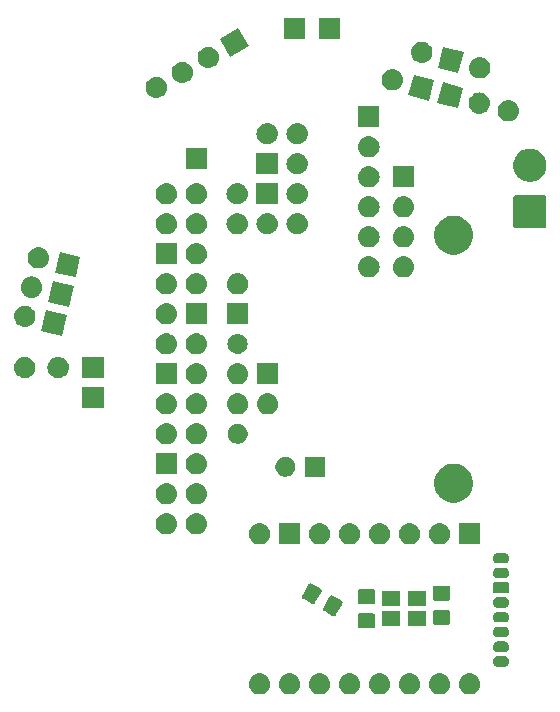
<source format=gbr>
G04 #@! TF.GenerationSoftware,KiCad,Pcbnew,(5.0.2)-1*
G04 #@! TF.CreationDate,2019-03-22T14:34:22+01:00*
G04 #@! TF.ProjectId,DICE_3.2,44494345-5f33-42e3-922e-6b696361645f,rev?*
G04 #@! TF.SameCoordinates,PX6712b80PY6da2680*
G04 #@! TF.FileFunction,Soldermask,Top*
G04 #@! TF.FilePolarity,Negative*
%FSLAX46Y46*%
G04 Gerber Fmt 4.6, Leading zero omitted, Abs format (unit mm)*
G04 Created by KiCad (PCBNEW (5.0.2)-1) date 22/03/2019 14:34:22*
%MOMM*%
%LPD*%
G01*
G04 APERTURE LIST*
%ADD10C,0.100000*%
G04 APERTURE END LIST*
D10*
G36*
X65868443Y18369281D02*
X65934627Y18362763D01*
X66047853Y18328416D01*
X66104467Y18311243D01*
X66243087Y18237148D01*
X66260991Y18227578D01*
X66296729Y18198248D01*
X66398186Y18114986D01*
X66481448Y18013529D01*
X66510778Y17977791D01*
X66510779Y17977789D01*
X66594443Y17821267D01*
X66594443Y17821266D01*
X66645963Y17651427D01*
X66663359Y17474800D01*
X66645963Y17298173D01*
X66611616Y17184947D01*
X66594443Y17128333D01*
X66520348Y16989713D01*
X66510778Y16971809D01*
X66481448Y16936071D01*
X66398186Y16834614D01*
X66296729Y16751352D01*
X66260991Y16722022D01*
X66260989Y16722021D01*
X66104467Y16638357D01*
X66047853Y16621184D01*
X65934627Y16586837D01*
X65868442Y16580318D01*
X65802260Y16573800D01*
X65713740Y16573800D01*
X65647557Y16580319D01*
X65581373Y16586837D01*
X65468147Y16621184D01*
X65411533Y16638357D01*
X65255011Y16722021D01*
X65255009Y16722022D01*
X65219271Y16751352D01*
X65117814Y16834614D01*
X65034552Y16936071D01*
X65005222Y16971809D01*
X64995652Y16989713D01*
X64921557Y17128333D01*
X64904384Y17184947D01*
X64870037Y17298173D01*
X64852641Y17474800D01*
X64870037Y17651427D01*
X64921557Y17821266D01*
X64921557Y17821267D01*
X65005221Y17977789D01*
X65005222Y17977791D01*
X65034552Y18013529D01*
X65117814Y18114986D01*
X65219271Y18198248D01*
X65255009Y18227578D01*
X65272913Y18237148D01*
X65411533Y18311243D01*
X65468147Y18328416D01*
X65581373Y18362763D01*
X65647557Y18369281D01*
X65713740Y18375800D01*
X65802260Y18375800D01*
X65868443Y18369281D01*
X65868443Y18369281D01*
G37*
G36*
X48088443Y18369281D02*
X48154627Y18362763D01*
X48267853Y18328416D01*
X48324467Y18311243D01*
X48463087Y18237148D01*
X48480991Y18227578D01*
X48516729Y18198248D01*
X48618186Y18114986D01*
X48701448Y18013529D01*
X48730778Y17977791D01*
X48730779Y17977789D01*
X48814443Y17821267D01*
X48814443Y17821266D01*
X48865963Y17651427D01*
X48883359Y17474800D01*
X48865963Y17298173D01*
X48831616Y17184947D01*
X48814443Y17128333D01*
X48740348Y16989713D01*
X48730778Y16971809D01*
X48701448Y16936071D01*
X48618186Y16834614D01*
X48516729Y16751352D01*
X48480991Y16722022D01*
X48480989Y16722021D01*
X48324467Y16638357D01*
X48267853Y16621184D01*
X48154627Y16586837D01*
X48088442Y16580318D01*
X48022260Y16573800D01*
X47933740Y16573800D01*
X47867557Y16580319D01*
X47801373Y16586837D01*
X47688147Y16621184D01*
X47631533Y16638357D01*
X47475011Y16722021D01*
X47475009Y16722022D01*
X47439271Y16751352D01*
X47337814Y16834614D01*
X47254552Y16936071D01*
X47225222Y16971809D01*
X47215652Y16989713D01*
X47141557Y17128333D01*
X47124384Y17184947D01*
X47090037Y17298173D01*
X47072641Y17474800D01*
X47090037Y17651427D01*
X47141557Y17821266D01*
X47141557Y17821267D01*
X47225221Y17977789D01*
X47225222Y17977791D01*
X47254552Y18013529D01*
X47337814Y18114986D01*
X47439271Y18198248D01*
X47475009Y18227578D01*
X47492913Y18237148D01*
X47631533Y18311243D01*
X47688147Y18328416D01*
X47801373Y18362763D01*
X47867557Y18369281D01*
X47933740Y18375800D01*
X48022260Y18375800D01*
X48088443Y18369281D01*
X48088443Y18369281D01*
G37*
G36*
X50628443Y18369281D02*
X50694627Y18362763D01*
X50807853Y18328416D01*
X50864467Y18311243D01*
X51003087Y18237148D01*
X51020991Y18227578D01*
X51056729Y18198248D01*
X51158186Y18114986D01*
X51241448Y18013529D01*
X51270778Y17977791D01*
X51270779Y17977789D01*
X51354443Y17821267D01*
X51354443Y17821266D01*
X51405963Y17651427D01*
X51423359Y17474800D01*
X51405963Y17298173D01*
X51371616Y17184947D01*
X51354443Y17128333D01*
X51280348Y16989713D01*
X51270778Y16971809D01*
X51241448Y16936071D01*
X51158186Y16834614D01*
X51056729Y16751352D01*
X51020991Y16722022D01*
X51020989Y16722021D01*
X50864467Y16638357D01*
X50807853Y16621184D01*
X50694627Y16586837D01*
X50628442Y16580318D01*
X50562260Y16573800D01*
X50473740Y16573800D01*
X50407557Y16580319D01*
X50341373Y16586837D01*
X50228147Y16621184D01*
X50171533Y16638357D01*
X50015011Y16722021D01*
X50015009Y16722022D01*
X49979271Y16751352D01*
X49877814Y16834614D01*
X49794552Y16936071D01*
X49765222Y16971809D01*
X49755652Y16989713D01*
X49681557Y17128333D01*
X49664384Y17184947D01*
X49630037Y17298173D01*
X49612641Y17474800D01*
X49630037Y17651427D01*
X49681557Y17821266D01*
X49681557Y17821267D01*
X49765221Y17977789D01*
X49765222Y17977791D01*
X49794552Y18013529D01*
X49877814Y18114986D01*
X49979271Y18198248D01*
X50015009Y18227578D01*
X50032913Y18237148D01*
X50171533Y18311243D01*
X50228147Y18328416D01*
X50341373Y18362763D01*
X50407557Y18369281D01*
X50473740Y18375800D01*
X50562260Y18375800D01*
X50628443Y18369281D01*
X50628443Y18369281D01*
G37*
G36*
X53168443Y18369281D02*
X53234627Y18362763D01*
X53347853Y18328416D01*
X53404467Y18311243D01*
X53543087Y18237148D01*
X53560991Y18227578D01*
X53596729Y18198248D01*
X53698186Y18114986D01*
X53781448Y18013529D01*
X53810778Y17977791D01*
X53810779Y17977789D01*
X53894443Y17821267D01*
X53894443Y17821266D01*
X53945963Y17651427D01*
X53963359Y17474800D01*
X53945963Y17298173D01*
X53911616Y17184947D01*
X53894443Y17128333D01*
X53820348Y16989713D01*
X53810778Y16971809D01*
X53781448Y16936071D01*
X53698186Y16834614D01*
X53596729Y16751352D01*
X53560991Y16722022D01*
X53560989Y16722021D01*
X53404467Y16638357D01*
X53347853Y16621184D01*
X53234627Y16586837D01*
X53168442Y16580318D01*
X53102260Y16573800D01*
X53013740Y16573800D01*
X52947557Y16580319D01*
X52881373Y16586837D01*
X52768147Y16621184D01*
X52711533Y16638357D01*
X52555011Y16722021D01*
X52555009Y16722022D01*
X52519271Y16751352D01*
X52417814Y16834614D01*
X52334552Y16936071D01*
X52305222Y16971809D01*
X52295652Y16989713D01*
X52221557Y17128333D01*
X52204384Y17184947D01*
X52170037Y17298173D01*
X52152641Y17474800D01*
X52170037Y17651427D01*
X52221557Y17821266D01*
X52221557Y17821267D01*
X52305221Y17977789D01*
X52305222Y17977791D01*
X52334552Y18013529D01*
X52417814Y18114986D01*
X52519271Y18198248D01*
X52555009Y18227578D01*
X52572913Y18237148D01*
X52711533Y18311243D01*
X52768147Y18328416D01*
X52881373Y18362763D01*
X52947557Y18369281D01*
X53013740Y18375800D01*
X53102260Y18375800D01*
X53168443Y18369281D01*
X53168443Y18369281D01*
G37*
G36*
X55708443Y18369281D02*
X55774627Y18362763D01*
X55887853Y18328416D01*
X55944467Y18311243D01*
X56083087Y18237148D01*
X56100991Y18227578D01*
X56136729Y18198248D01*
X56238186Y18114986D01*
X56321448Y18013529D01*
X56350778Y17977791D01*
X56350779Y17977789D01*
X56434443Y17821267D01*
X56434443Y17821266D01*
X56485963Y17651427D01*
X56503359Y17474800D01*
X56485963Y17298173D01*
X56451616Y17184947D01*
X56434443Y17128333D01*
X56360348Y16989713D01*
X56350778Y16971809D01*
X56321448Y16936071D01*
X56238186Y16834614D01*
X56136729Y16751352D01*
X56100991Y16722022D01*
X56100989Y16722021D01*
X55944467Y16638357D01*
X55887853Y16621184D01*
X55774627Y16586837D01*
X55708442Y16580318D01*
X55642260Y16573800D01*
X55553740Y16573800D01*
X55487557Y16580319D01*
X55421373Y16586837D01*
X55308147Y16621184D01*
X55251533Y16638357D01*
X55095011Y16722021D01*
X55095009Y16722022D01*
X55059271Y16751352D01*
X54957814Y16834614D01*
X54874552Y16936071D01*
X54845222Y16971809D01*
X54835652Y16989713D01*
X54761557Y17128333D01*
X54744384Y17184947D01*
X54710037Y17298173D01*
X54692641Y17474800D01*
X54710037Y17651427D01*
X54761557Y17821266D01*
X54761557Y17821267D01*
X54845221Y17977789D01*
X54845222Y17977791D01*
X54874552Y18013529D01*
X54957814Y18114986D01*
X55059271Y18198248D01*
X55095009Y18227578D01*
X55112913Y18237148D01*
X55251533Y18311243D01*
X55308147Y18328416D01*
X55421373Y18362763D01*
X55487557Y18369281D01*
X55553740Y18375800D01*
X55642260Y18375800D01*
X55708443Y18369281D01*
X55708443Y18369281D01*
G37*
G36*
X60788443Y18369281D02*
X60854627Y18362763D01*
X60967853Y18328416D01*
X61024467Y18311243D01*
X61163087Y18237148D01*
X61180991Y18227578D01*
X61216729Y18198248D01*
X61318186Y18114986D01*
X61401448Y18013529D01*
X61430778Y17977791D01*
X61430779Y17977789D01*
X61514443Y17821267D01*
X61514443Y17821266D01*
X61565963Y17651427D01*
X61583359Y17474800D01*
X61565963Y17298173D01*
X61531616Y17184947D01*
X61514443Y17128333D01*
X61440348Y16989713D01*
X61430778Y16971809D01*
X61401448Y16936071D01*
X61318186Y16834614D01*
X61216729Y16751352D01*
X61180991Y16722022D01*
X61180989Y16722021D01*
X61024467Y16638357D01*
X60967853Y16621184D01*
X60854627Y16586837D01*
X60788442Y16580318D01*
X60722260Y16573800D01*
X60633740Y16573800D01*
X60567557Y16580319D01*
X60501373Y16586837D01*
X60388147Y16621184D01*
X60331533Y16638357D01*
X60175011Y16722021D01*
X60175009Y16722022D01*
X60139271Y16751352D01*
X60037814Y16834614D01*
X59954552Y16936071D01*
X59925222Y16971809D01*
X59915652Y16989713D01*
X59841557Y17128333D01*
X59824384Y17184947D01*
X59790037Y17298173D01*
X59772641Y17474800D01*
X59790037Y17651427D01*
X59841557Y17821266D01*
X59841557Y17821267D01*
X59925221Y17977789D01*
X59925222Y17977791D01*
X59954552Y18013529D01*
X60037814Y18114986D01*
X60139271Y18198248D01*
X60175009Y18227578D01*
X60192913Y18237148D01*
X60331533Y18311243D01*
X60388147Y18328416D01*
X60501373Y18362763D01*
X60567557Y18369281D01*
X60633740Y18375800D01*
X60722260Y18375800D01*
X60788443Y18369281D01*
X60788443Y18369281D01*
G37*
G36*
X63328443Y18369281D02*
X63394627Y18362763D01*
X63507853Y18328416D01*
X63564467Y18311243D01*
X63703087Y18237148D01*
X63720991Y18227578D01*
X63756729Y18198248D01*
X63858186Y18114986D01*
X63941448Y18013529D01*
X63970778Y17977791D01*
X63970779Y17977789D01*
X64054443Y17821267D01*
X64054443Y17821266D01*
X64105963Y17651427D01*
X64123359Y17474800D01*
X64105963Y17298173D01*
X64071616Y17184947D01*
X64054443Y17128333D01*
X63980348Y16989713D01*
X63970778Y16971809D01*
X63941448Y16936071D01*
X63858186Y16834614D01*
X63756729Y16751352D01*
X63720991Y16722022D01*
X63720989Y16722021D01*
X63564467Y16638357D01*
X63507853Y16621184D01*
X63394627Y16586837D01*
X63328442Y16580318D01*
X63262260Y16573800D01*
X63173740Y16573800D01*
X63107557Y16580319D01*
X63041373Y16586837D01*
X62928147Y16621184D01*
X62871533Y16638357D01*
X62715011Y16722021D01*
X62715009Y16722022D01*
X62679271Y16751352D01*
X62577814Y16834614D01*
X62494552Y16936071D01*
X62465222Y16971809D01*
X62455652Y16989713D01*
X62381557Y17128333D01*
X62364384Y17184947D01*
X62330037Y17298173D01*
X62312641Y17474800D01*
X62330037Y17651427D01*
X62381557Y17821266D01*
X62381557Y17821267D01*
X62465221Y17977789D01*
X62465222Y17977791D01*
X62494552Y18013529D01*
X62577814Y18114986D01*
X62679271Y18198248D01*
X62715009Y18227578D01*
X62732913Y18237148D01*
X62871533Y18311243D01*
X62928147Y18328416D01*
X63041373Y18362763D01*
X63107557Y18369281D01*
X63173740Y18375800D01*
X63262260Y18375800D01*
X63328443Y18369281D01*
X63328443Y18369281D01*
G37*
G36*
X58248443Y18369281D02*
X58314627Y18362763D01*
X58427853Y18328416D01*
X58484467Y18311243D01*
X58623087Y18237148D01*
X58640991Y18227578D01*
X58676729Y18198248D01*
X58778186Y18114986D01*
X58861448Y18013529D01*
X58890778Y17977791D01*
X58890779Y17977789D01*
X58974443Y17821267D01*
X58974443Y17821266D01*
X59025963Y17651427D01*
X59043359Y17474800D01*
X59025963Y17298173D01*
X58991616Y17184947D01*
X58974443Y17128333D01*
X58900348Y16989713D01*
X58890778Y16971809D01*
X58861448Y16936071D01*
X58778186Y16834614D01*
X58676729Y16751352D01*
X58640991Y16722022D01*
X58640989Y16722021D01*
X58484467Y16638357D01*
X58427853Y16621184D01*
X58314627Y16586837D01*
X58248442Y16580318D01*
X58182260Y16573800D01*
X58093740Y16573800D01*
X58027557Y16580319D01*
X57961373Y16586837D01*
X57848147Y16621184D01*
X57791533Y16638357D01*
X57635011Y16722021D01*
X57635009Y16722022D01*
X57599271Y16751352D01*
X57497814Y16834614D01*
X57414552Y16936071D01*
X57385222Y16971809D01*
X57375652Y16989713D01*
X57301557Y17128333D01*
X57284384Y17184947D01*
X57250037Y17298173D01*
X57232641Y17474800D01*
X57250037Y17651427D01*
X57301557Y17821266D01*
X57301557Y17821267D01*
X57385221Y17977789D01*
X57385222Y17977791D01*
X57414552Y18013529D01*
X57497814Y18114986D01*
X57599271Y18198248D01*
X57635009Y18227578D01*
X57652913Y18237148D01*
X57791533Y18311243D01*
X57848147Y18328416D01*
X57961373Y18362763D01*
X58027557Y18369281D01*
X58093740Y18375800D01*
X58182260Y18375800D01*
X58248443Y18369281D01*
X58248443Y18369281D01*
G37*
G36*
X68758413Y19814475D02*
X68833456Y19791710D01*
X68843425Y19788686D01*
X68921774Y19746807D01*
X68990448Y19690448D01*
X69046807Y19621774D01*
X69088686Y19543425D01*
X69088687Y19543421D01*
X69114475Y19458413D01*
X69123182Y19370000D01*
X69114475Y19281587D01*
X69091710Y19206544D01*
X69088686Y19196575D01*
X69046807Y19118226D01*
X68990448Y19049552D01*
X68921774Y18993193D01*
X68843425Y18951314D01*
X68833456Y18948290D01*
X68758413Y18925525D01*
X68692158Y18919000D01*
X68147842Y18919000D01*
X68081587Y18925525D01*
X68006544Y18948290D01*
X67996575Y18951314D01*
X67918226Y18993193D01*
X67849552Y19049552D01*
X67793193Y19118226D01*
X67751314Y19196575D01*
X67748290Y19206544D01*
X67725525Y19281587D01*
X67716818Y19370000D01*
X67725525Y19458413D01*
X67751313Y19543421D01*
X67751314Y19543425D01*
X67793193Y19621774D01*
X67849552Y19690448D01*
X67918226Y19746807D01*
X67996575Y19788686D01*
X68006544Y19791710D01*
X68081587Y19814475D01*
X68147842Y19821000D01*
X68692158Y19821000D01*
X68758413Y19814475D01*
X68758413Y19814475D01*
G37*
G36*
X68758413Y21064475D02*
X68833456Y21041710D01*
X68843425Y21038686D01*
X68921774Y20996807D01*
X68990448Y20940448D01*
X69046807Y20871774D01*
X69088686Y20793425D01*
X69088687Y20793421D01*
X69114475Y20708413D01*
X69123182Y20620000D01*
X69114475Y20531587D01*
X69091710Y20456544D01*
X69088686Y20446575D01*
X69046807Y20368226D01*
X68990448Y20299552D01*
X68921774Y20243193D01*
X68843425Y20201314D01*
X68833456Y20198290D01*
X68758413Y20175525D01*
X68692158Y20169000D01*
X68147842Y20169000D01*
X68081587Y20175525D01*
X68006544Y20198290D01*
X67996575Y20201314D01*
X67918226Y20243193D01*
X67849552Y20299552D01*
X67793193Y20368226D01*
X67751314Y20446575D01*
X67748290Y20456544D01*
X67725525Y20531587D01*
X67716818Y20620000D01*
X67725525Y20708413D01*
X67751313Y20793421D01*
X67751314Y20793425D01*
X67793193Y20871774D01*
X67849552Y20940448D01*
X67918226Y20996807D01*
X67996575Y21038686D01*
X68006544Y21041710D01*
X68081587Y21064475D01*
X68147842Y21071000D01*
X68692158Y21071000D01*
X68758413Y21064475D01*
X68758413Y21064475D01*
G37*
G36*
X68758413Y22314475D02*
X68833456Y22291710D01*
X68843425Y22288686D01*
X68921774Y22246807D01*
X68990448Y22190448D01*
X69046807Y22121774D01*
X69088686Y22043425D01*
X69088687Y22043421D01*
X69114475Y21958413D01*
X69123182Y21870000D01*
X69114475Y21781587D01*
X69091710Y21706544D01*
X69088686Y21696575D01*
X69046807Y21618226D01*
X68990448Y21549552D01*
X68921774Y21493193D01*
X68843425Y21451314D01*
X68833456Y21448290D01*
X68758413Y21425525D01*
X68692158Y21419000D01*
X68147842Y21419000D01*
X68081587Y21425525D01*
X68006544Y21448290D01*
X67996575Y21451314D01*
X67918226Y21493193D01*
X67849552Y21549552D01*
X67793193Y21618226D01*
X67751314Y21696575D01*
X67748290Y21706544D01*
X67725525Y21781587D01*
X67716818Y21870000D01*
X67725525Y21958413D01*
X67751313Y22043421D01*
X67751314Y22043425D01*
X67793193Y22121774D01*
X67849552Y22190448D01*
X67918226Y22246807D01*
X67996575Y22288686D01*
X68006544Y22291710D01*
X68081587Y22314475D01*
X68147842Y22321000D01*
X68692158Y22321000D01*
X68758413Y22314475D01*
X68758413Y22314475D01*
G37*
G36*
X57613979Y23437492D02*
X57651666Y23426059D01*
X57686405Y23407491D01*
X57716850Y23382505D01*
X57741836Y23352060D01*
X57760404Y23317321D01*
X57771837Y23279634D01*
X57776302Y23234296D01*
X57776302Y22397618D01*
X57771837Y22352280D01*
X57760404Y22314593D01*
X57741836Y22279854D01*
X57716850Y22249409D01*
X57686405Y22224423D01*
X57651666Y22205855D01*
X57613979Y22194422D01*
X57568641Y22189957D01*
X56481963Y22189957D01*
X56436625Y22194422D01*
X56398938Y22205855D01*
X56364199Y22224423D01*
X56333754Y22249409D01*
X56308768Y22279854D01*
X56290200Y22314593D01*
X56278767Y22352280D01*
X56274302Y22397618D01*
X56274302Y23234296D01*
X56278767Y23279634D01*
X56290200Y23317321D01*
X56308768Y23352060D01*
X56333754Y23382505D01*
X56364199Y23407491D01*
X56398938Y23426059D01*
X56436625Y23437492D01*
X56481963Y23441957D01*
X57568641Y23441957D01*
X57613979Y23437492D01*
X57613979Y23437492D01*
G37*
G36*
X62076303Y22339954D02*
X60574303Y22339954D01*
X60574303Y23641954D01*
X62076303Y23641954D01*
X62076303Y22339954D01*
X62076303Y22339954D01*
G37*
G36*
X59876303Y22339954D02*
X58374303Y22339954D01*
X58374303Y23641954D01*
X59876303Y23641954D01*
X59876303Y22339954D01*
X59876303Y22339954D01*
G37*
G36*
X63978677Y23721535D02*
X64016364Y23710102D01*
X64051103Y23691534D01*
X64081548Y23666548D01*
X64106534Y23636103D01*
X64125102Y23601364D01*
X64136535Y23563677D01*
X64141000Y23518339D01*
X64141000Y22681661D01*
X64136535Y22636323D01*
X64125102Y22598636D01*
X64106534Y22563897D01*
X64081548Y22533452D01*
X64051103Y22508466D01*
X64016364Y22489898D01*
X63978677Y22478465D01*
X63933339Y22474000D01*
X62846661Y22474000D01*
X62801323Y22478465D01*
X62763636Y22489898D01*
X62728897Y22508466D01*
X62698452Y22533452D01*
X62673466Y22563897D01*
X62654898Y22598636D01*
X62643465Y22636323D01*
X62639000Y22681661D01*
X62639000Y23518339D01*
X62643465Y23563677D01*
X62654898Y23601364D01*
X62673466Y23636103D01*
X62698452Y23666548D01*
X62728897Y23691534D01*
X62763636Y23710102D01*
X62801323Y23721535D01*
X62846661Y23726000D01*
X63933339Y23726000D01*
X63978677Y23721535D01*
X63978677Y23721535D01*
G37*
G36*
X68758413Y23564475D02*
X68833456Y23541710D01*
X68843425Y23538686D01*
X68921774Y23496807D01*
X68990448Y23440448D01*
X69046807Y23371774D01*
X69088686Y23293425D01*
X69088687Y23293421D01*
X69114475Y23208413D01*
X69123182Y23120000D01*
X69114475Y23031587D01*
X69091710Y22956544D01*
X69088686Y22946575D01*
X69046807Y22868226D01*
X68990448Y22799552D01*
X68921774Y22743193D01*
X68843425Y22701314D01*
X68833456Y22698290D01*
X68758413Y22675525D01*
X68692158Y22669000D01*
X68147842Y22669000D01*
X68081587Y22675525D01*
X68006544Y22698290D01*
X67996575Y22701314D01*
X67918226Y22743193D01*
X67849552Y22799552D01*
X67793193Y22868226D01*
X67751314Y22946575D01*
X67748290Y22956544D01*
X67725525Y23031587D01*
X67716818Y23120000D01*
X67725525Y23208413D01*
X67751313Y23293421D01*
X67751314Y23293425D01*
X67793193Y23371774D01*
X67849552Y23440448D01*
X67918226Y23496807D01*
X67996575Y23538686D01*
X68006544Y23541710D01*
X68081587Y23564475D01*
X68147842Y23571000D01*
X68692158Y23571000D01*
X68758413Y23564475D01*
X68758413Y23564475D01*
G37*
G36*
X54101029Y24964800D02*
X54139391Y24955855D01*
X54180884Y24937054D01*
X54236749Y24904800D01*
X54236752Y24904799D01*
X54849599Y24550972D01*
X54849601Y24550970D01*
X54905471Y24518714D01*
X54942497Y24492181D01*
X54969423Y24463432D01*
X54990222Y24429985D01*
X55004095Y24393124D01*
X55010511Y24354264D01*
X55009223Y24314900D01*
X55000278Y24276538D01*
X54981477Y24235045D01*
X54949223Y24179180D01*
X54949222Y24179177D01*
X54471686Y23352060D01*
X54438137Y23293952D01*
X54411604Y23256926D01*
X54382857Y23230001D01*
X54349406Y23209200D01*
X54312547Y23195327D01*
X54273687Y23188912D01*
X54234323Y23190200D01*
X54195961Y23199145D01*
X54154468Y23217946D01*
X54098603Y23250200D01*
X54098600Y23250201D01*
X53485753Y23604028D01*
X53485751Y23604030D01*
X53429881Y23636286D01*
X53392855Y23662819D01*
X53365929Y23691568D01*
X53345130Y23725015D01*
X53331257Y23761876D01*
X53324841Y23800736D01*
X53326129Y23840100D01*
X53335074Y23878462D01*
X53353875Y23919955D01*
X53396160Y23993194D01*
X53864957Y24805176D01*
X53864959Y24805178D01*
X53897215Y24861048D01*
X53923748Y24898074D01*
X53952495Y24924999D01*
X53985946Y24945800D01*
X54022805Y24959673D01*
X54061665Y24966088D01*
X54101029Y24964800D01*
X54101029Y24964800D01*
G37*
G36*
X68758413Y24814475D02*
X68824941Y24794293D01*
X68843425Y24788686D01*
X68921774Y24746807D01*
X68990448Y24690448D01*
X69046807Y24621774D01*
X69088686Y24543425D01*
X69088687Y24543421D01*
X69114475Y24458413D01*
X69123182Y24370000D01*
X69114475Y24281587D01*
X69097049Y24224145D01*
X69088686Y24196575D01*
X69046807Y24118226D01*
X68990448Y24049552D01*
X68921774Y23993193D01*
X68843425Y23951314D01*
X68833456Y23948290D01*
X68758413Y23925525D01*
X68692158Y23919000D01*
X68147842Y23919000D01*
X68081587Y23925525D01*
X68006544Y23948290D01*
X67996575Y23951314D01*
X67918226Y23993193D01*
X67849552Y24049552D01*
X67793193Y24118226D01*
X67751314Y24196575D01*
X67742951Y24224145D01*
X67725525Y24281587D01*
X67716818Y24370000D01*
X67725525Y24458413D01*
X67751313Y24543421D01*
X67751314Y24543425D01*
X67793193Y24621774D01*
X67849552Y24690448D01*
X67918226Y24746807D01*
X67996575Y24788686D01*
X68015059Y24794293D01*
X68081587Y24814475D01*
X68147842Y24821000D01*
X68692158Y24821000D01*
X68758413Y24814475D01*
X68758413Y24814475D01*
G37*
G36*
X62076303Y24039954D02*
X60574303Y24039954D01*
X60574303Y25341954D01*
X62076303Y25341954D01*
X62076303Y24039954D01*
X62076303Y24039954D01*
G37*
G36*
X59876303Y24039954D02*
X58374303Y24039954D01*
X58374303Y25341954D01*
X59876303Y25341954D01*
X59876303Y24039954D01*
X59876303Y24039954D01*
G37*
G36*
X52325677Y25989800D02*
X52364039Y25980855D01*
X52405532Y25962054D01*
X52461397Y25929800D01*
X52461400Y25929799D01*
X53074247Y25575972D01*
X53074249Y25575970D01*
X53130119Y25543714D01*
X53167145Y25517181D01*
X53194071Y25488432D01*
X53214870Y25454985D01*
X53228743Y25418124D01*
X53235159Y25379264D01*
X53233871Y25339900D01*
X53224926Y25301538D01*
X53206125Y25260045D01*
X53173871Y25204180D01*
X53173870Y25204177D01*
X52701326Y24385707D01*
X52662785Y24318952D01*
X52636252Y24281926D01*
X52607505Y24255001D01*
X52574054Y24234200D01*
X52537195Y24220327D01*
X52498335Y24213912D01*
X52458971Y24215200D01*
X52420609Y24224145D01*
X52379116Y24242946D01*
X52323251Y24275200D01*
X52323248Y24275201D01*
X51710401Y24629028D01*
X51710399Y24629030D01*
X51654529Y24661286D01*
X51617503Y24687819D01*
X51590577Y24716568D01*
X51569778Y24750015D01*
X51555905Y24786876D01*
X51549489Y24825736D01*
X51550777Y24865100D01*
X51559722Y24903462D01*
X51578523Y24944955D01*
X51717786Y25186165D01*
X52089605Y25830176D01*
X52089607Y25830178D01*
X52121863Y25886048D01*
X52148396Y25923074D01*
X52177143Y25949999D01*
X52210594Y25970800D01*
X52247453Y25984673D01*
X52286313Y25991088D01*
X52325677Y25989800D01*
X52325677Y25989800D01*
G37*
G36*
X57613979Y25487490D02*
X57651666Y25476057D01*
X57686405Y25457489D01*
X57716850Y25432503D01*
X57741836Y25402058D01*
X57760404Y25367319D01*
X57771837Y25329632D01*
X57776302Y25284294D01*
X57776302Y24447616D01*
X57771837Y24402278D01*
X57760404Y24364591D01*
X57741836Y24329852D01*
X57716850Y24299407D01*
X57686405Y24274421D01*
X57651666Y24255853D01*
X57613979Y24244420D01*
X57568641Y24239955D01*
X56481963Y24239955D01*
X56436625Y24244420D01*
X56398938Y24255853D01*
X56364199Y24274421D01*
X56333754Y24299407D01*
X56308768Y24329852D01*
X56290200Y24364591D01*
X56278767Y24402278D01*
X56274302Y24447616D01*
X56274302Y25284294D01*
X56278767Y25329632D01*
X56290200Y25367319D01*
X56308768Y25402058D01*
X56333754Y25432503D01*
X56364199Y25457489D01*
X56398938Y25476057D01*
X56436625Y25487490D01*
X56481963Y25491955D01*
X57568641Y25491955D01*
X57613979Y25487490D01*
X57613979Y25487490D01*
G37*
G36*
X63978677Y25771535D02*
X64016364Y25760102D01*
X64051103Y25741534D01*
X64081548Y25716548D01*
X64106534Y25686103D01*
X64125102Y25651364D01*
X64136535Y25613677D01*
X64141000Y25568339D01*
X64141000Y24731661D01*
X64136535Y24686323D01*
X64125102Y24648636D01*
X64106534Y24613897D01*
X64081548Y24583452D01*
X64051103Y24558466D01*
X64016364Y24539898D01*
X63978677Y24528465D01*
X63933339Y24524000D01*
X62846661Y24524000D01*
X62801323Y24528465D01*
X62763636Y24539898D01*
X62728897Y24558466D01*
X62698452Y24583452D01*
X62673466Y24613897D01*
X62654898Y24648636D01*
X62643465Y24686323D01*
X62639000Y24731661D01*
X62639000Y25568339D01*
X62643465Y25613677D01*
X62654898Y25651364D01*
X62673466Y25686103D01*
X62698452Y25716548D01*
X62728897Y25741534D01*
X62763636Y25760102D01*
X62801323Y25771535D01*
X62846661Y25776000D01*
X63933339Y25776000D01*
X63978677Y25771535D01*
X63978677Y25771535D01*
G37*
G36*
X68989683Y26067275D02*
X69020144Y26058034D01*
X69048223Y26043025D01*
X69072831Y26022831D01*
X69093025Y25998223D01*
X69108034Y25970144D01*
X69117275Y25939683D01*
X69121000Y25901860D01*
X69121000Y25338140D01*
X69117275Y25300317D01*
X69108034Y25269856D01*
X69093025Y25241777D01*
X69072831Y25217169D01*
X69048223Y25196975D01*
X69020144Y25181966D01*
X68989683Y25172725D01*
X68951860Y25169000D01*
X67888140Y25169000D01*
X67850317Y25172725D01*
X67819856Y25181966D01*
X67791777Y25196975D01*
X67767169Y25217169D01*
X67746975Y25241777D01*
X67731966Y25269856D01*
X67722725Y25300317D01*
X67719000Y25338140D01*
X67719000Y25901860D01*
X67722725Y25939683D01*
X67731966Y25970144D01*
X67746975Y25998223D01*
X67767169Y26022831D01*
X67791777Y26043025D01*
X67819856Y26058034D01*
X67850317Y26067275D01*
X67888140Y26071000D01*
X68951860Y26071000D01*
X68989683Y26067275D01*
X68989683Y26067275D01*
G37*
G36*
X68758413Y27314475D02*
X68833456Y27291710D01*
X68843425Y27288686D01*
X68921774Y27246807D01*
X68990448Y27190448D01*
X69046807Y27121774D01*
X69088686Y27043425D01*
X69088687Y27043421D01*
X69114475Y26958413D01*
X69123182Y26870000D01*
X69114475Y26781587D01*
X69091710Y26706544D01*
X69088686Y26696575D01*
X69046807Y26618226D01*
X68990448Y26549552D01*
X68921774Y26493193D01*
X68843425Y26451314D01*
X68833456Y26448290D01*
X68758413Y26425525D01*
X68692158Y26419000D01*
X68147842Y26419000D01*
X68081587Y26425525D01*
X68006544Y26448290D01*
X67996575Y26451314D01*
X67918226Y26493193D01*
X67849552Y26549552D01*
X67793193Y26618226D01*
X67751314Y26696575D01*
X67748290Y26706544D01*
X67725525Y26781587D01*
X67716818Y26870000D01*
X67725525Y26958413D01*
X67751313Y27043421D01*
X67751314Y27043425D01*
X67793193Y27121774D01*
X67849552Y27190448D01*
X67918226Y27246807D01*
X67996575Y27288686D01*
X68006544Y27291710D01*
X68081587Y27314475D01*
X68147842Y27321000D01*
X68692158Y27321000D01*
X68758413Y27314475D01*
X68758413Y27314475D01*
G37*
G36*
X68758413Y28564475D02*
X68833456Y28541710D01*
X68843425Y28538686D01*
X68921774Y28496807D01*
X68990448Y28440448D01*
X69046807Y28371774D01*
X69088686Y28293425D01*
X69088687Y28293421D01*
X69114475Y28208413D01*
X69123182Y28120000D01*
X69114475Y28031587D01*
X69091710Y27956544D01*
X69088686Y27946575D01*
X69046807Y27868226D01*
X68990448Y27799552D01*
X68921774Y27743193D01*
X68843425Y27701314D01*
X68833456Y27698290D01*
X68758413Y27675525D01*
X68692158Y27669000D01*
X68147842Y27669000D01*
X68081587Y27675525D01*
X68006544Y27698290D01*
X67996575Y27701314D01*
X67918226Y27743193D01*
X67849552Y27799552D01*
X67793193Y27868226D01*
X67751314Y27946575D01*
X67748290Y27956544D01*
X67725525Y28031587D01*
X67716818Y28120000D01*
X67725525Y28208413D01*
X67751313Y28293421D01*
X67751314Y28293425D01*
X67793193Y28371774D01*
X67849552Y28440448D01*
X67918226Y28496807D01*
X67996575Y28538686D01*
X68006544Y28541710D01*
X68081587Y28564475D01*
X68147842Y28571000D01*
X68692158Y28571000D01*
X68758413Y28564475D01*
X68758413Y28564475D01*
G37*
G36*
X66659000Y29273800D02*
X64857000Y29273800D01*
X64857000Y31075800D01*
X66659000Y31075800D01*
X66659000Y29273800D01*
X66659000Y29273800D01*
G37*
G36*
X63328443Y31069281D02*
X63394627Y31062763D01*
X63507853Y31028416D01*
X63564467Y31011243D01*
X63703087Y30937148D01*
X63720991Y30927578D01*
X63756729Y30898248D01*
X63858186Y30814986D01*
X63941448Y30713529D01*
X63970778Y30677791D01*
X63970779Y30677789D01*
X64054443Y30521267D01*
X64071616Y30464653D01*
X64105963Y30351427D01*
X64123359Y30174800D01*
X64105963Y29998173D01*
X64071616Y29884947D01*
X64054443Y29828333D01*
X63980348Y29689713D01*
X63970778Y29671809D01*
X63941448Y29636071D01*
X63858186Y29534614D01*
X63756729Y29451352D01*
X63720991Y29422022D01*
X63720989Y29422021D01*
X63564467Y29338357D01*
X63507853Y29321184D01*
X63394627Y29286837D01*
X63328443Y29280319D01*
X63262260Y29273800D01*
X63173740Y29273800D01*
X63107557Y29280319D01*
X63041373Y29286837D01*
X62928147Y29321184D01*
X62871533Y29338357D01*
X62715011Y29422021D01*
X62715009Y29422022D01*
X62679271Y29451352D01*
X62577814Y29534614D01*
X62494552Y29636071D01*
X62465222Y29671809D01*
X62455652Y29689713D01*
X62381557Y29828333D01*
X62364384Y29884947D01*
X62330037Y29998173D01*
X62312641Y30174800D01*
X62330037Y30351427D01*
X62364384Y30464653D01*
X62381557Y30521267D01*
X62465221Y30677789D01*
X62465222Y30677791D01*
X62494552Y30713529D01*
X62577814Y30814986D01*
X62679271Y30898248D01*
X62715009Y30927578D01*
X62732913Y30937148D01*
X62871533Y31011243D01*
X62928147Y31028416D01*
X63041373Y31062763D01*
X63107557Y31069281D01*
X63173740Y31075800D01*
X63262260Y31075800D01*
X63328443Y31069281D01*
X63328443Y31069281D01*
G37*
G36*
X48088443Y31069281D02*
X48154627Y31062763D01*
X48267853Y31028416D01*
X48324467Y31011243D01*
X48463087Y30937148D01*
X48480991Y30927578D01*
X48516729Y30898248D01*
X48618186Y30814986D01*
X48701448Y30713529D01*
X48730778Y30677791D01*
X48730779Y30677789D01*
X48814443Y30521267D01*
X48831616Y30464653D01*
X48865963Y30351427D01*
X48883359Y30174800D01*
X48865963Y29998173D01*
X48831616Y29884947D01*
X48814443Y29828333D01*
X48740348Y29689713D01*
X48730778Y29671809D01*
X48701448Y29636071D01*
X48618186Y29534614D01*
X48516729Y29451352D01*
X48480991Y29422022D01*
X48480989Y29422021D01*
X48324467Y29338357D01*
X48267853Y29321184D01*
X48154627Y29286837D01*
X48088443Y29280319D01*
X48022260Y29273800D01*
X47933740Y29273800D01*
X47867557Y29280319D01*
X47801373Y29286837D01*
X47688147Y29321184D01*
X47631533Y29338357D01*
X47475011Y29422021D01*
X47475009Y29422022D01*
X47439271Y29451352D01*
X47337814Y29534614D01*
X47254552Y29636071D01*
X47225222Y29671809D01*
X47215652Y29689713D01*
X47141557Y29828333D01*
X47124384Y29884947D01*
X47090037Y29998173D01*
X47072641Y30174800D01*
X47090037Y30351427D01*
X47124384Y30464653D01*
X47141557Y30521267D01*
X47225221Y30677789D01*
X47225222Y30677791D01*
X47254552Y30713529D01*
X47337814Y30814986D01*
X47439271Y30898248D01*
X47475009Y30927578D01*
X47492913Y30937148D01*
X47631533Y31011243D01*
X47688147Y31028416D01*
X47801373Y31062763D01*
X47867557Y31069281D01*
X47933740Y31075800D01*
X48022260Y31075800D01*
X48088443Y31069281D01*
X48088443Y31069281D01*
G37*
G36*
X51419000Y29273800D02*
X49617000Y29273800D01*
X49617000Y31075800D01*
X51419000Y31075800D01*
X51419000Y29273800D01*
X51419000Y29273800D01*
G37*
G36*
X58248443Y31069281D02*
X58314627Y31062763D01*
X58427853Y31028416D01*
X58484467Y31011243D01*
X58623087Y30937148D01*
X58640991Y30927578D01*
X58676729Y30898248D01*
X58778186Y30814986D01*
X58861448Y30713529D01*
X58890778Y30677791D01*
X58890779Y30677789D01*
X58974443Y30521267D01*
X58991616Y30464653D01*
X59025963Y30351427D01*
X59043359Y30174800D01*
X59025963Y29998173D01*
X58991616Y29884947D01*
X58974443Y29828333D01*
X58900348Y29689713D01*
X58890778Y29671809D01*
X58861448Y29636071D01*
X58778186Y29534614D01*
X58676729Y29451352D01*
X58640991Y29422022D01*
X58640989Y29422021D01*
X58484467Y29338357D01*
X58427853Y29321184D01*
X58314627Y29286837D01*
X58248443Y29280319D01*
X58182260Y29273800D01*
X58093740Y29273800D01*
X58027557Y29280319D01*
X57961373Y29286837D01*
X57848147Y29321184D01*
X57791533Y29338357D01*
X57635011Y29422021D01*
X57635009Y29422022D01*
X57599271Y29451352D01*
X57497814Y29534614D01*
X57414552Y29636071D01*
X57385222Y29671809D01*
X57375652Y29689713D01*
X57301557Y29828333D01*
X57284384Y29884947D01*
X57250037Y29998173D01*
X57232641Y30174800D01*
X57250037Y30351427D01*
X57284384Y30464653D01*
X57301557Y30521267D01*
X57385221Y30677789D01*
X57385222Y30677791D01*
X57414552Y30713529D01*
X57497814Y30814986D01*
X57599271Y30898248D01*
X57635009Y30927578D01*
X57652913Y30937148D01*
X57791533Y31011243D01*
X57848147Y31028416D01*
X57961373Y31062763D01*
X58027557Y31069281D01*
X58093740Y31075800D01*
X58182260Y31075800D01*
X58248443Y31069281D01*
X58248443Y31069281D01*
G37*
G36*
X55708443Y31069281D02*
X55774627Y31062763D01*
X55887853Y31028416D01*
X55944467Y31011243D01*
X56083087Y30937148D01*
X56100991Y30927578D01*
X56136729Y30898248D01*
X56238186Y30814986D01*
X56321448Y30713529D01*
X56350778Y30677791D01*
X56350779Y30677789D01*
X56434443Y30521267D01*
X56451616Y30464653D01*
X56485963Y30351427D01*
X56503359Y30174800D01*
X56485963Y29998173D01*
X56451616Y29884947D01*
X56434443Y29828333D01*
X56360348Y29689713D01*
X56350778Y29671809D01*
X56321448Y29636071D01*
X56238186Y29534614D01*
X56136729Y29451352D01*
X56100991Y29422022D01*
X56100989Y29422021D01*
X55944467Y29338357D01*
X55887853Y29321184D01*
X55774627Y29286837D01*
X55708443Y29280319D01*
X55642260Y29273800D01*
X55553740Y29273800D01*
X55487557Y29280319D01*
X55421373Y29286837D01*
X55308147Y29321184D01*
X55251533Y29338357D01*
X55095011Y29422021D01*
X55095009Y29422022D01*
X55059271Y29451352D01*
X54957814Y29534614D01*
X54874552Y29636071D01*
X54845222Y29671809D01*
X54835652Y29689713D01*
X54761557Y29828333D01*
X54744384Y29884947D01*
X54710037Y29998173D01*
X54692641Y30174800D01*
X54710037Y30351427D01*
X54744384Y30464653D01*
X54761557Y30521267D01*
X54845221Y30677789D01*
X54845222Y30677791D01*
X54874552Y30713529D01*
X54957814Y30814986D01*
X55059271Y30898248D01*
X55095009Y30927578D01*
X55112913Y30937148D01*
X55251533Y31011243D01*
X55308147Y31028416D01*
X55421373Y31062763D01*
X55487557Y31069281D01*
X55553740Y31075800D01*
X55642260Y31075800D01*
X55708443Y31069281D01*
X55708443Y31069281D01*
G37*
G36*
X60788443Y31069281D02*
X60854627Y31062763D01*
X60967853Y31028416D01*
X61024467Y31011243D01*
X61163087Y30937148D01*
X61180991Y30927578D01*
X61216729Y30898248D01*
X61318186Y30814986D01*
X61401448Y30713529D01*
X61430778Y30677791D01*
X61430779Y30677789D01*
X61514443Y30521267D01*
X61531616Y30464653D01*
X61565963Y30351427D01*
X61583359Y30174800D01*
X61565963Y29998173D01*
X61531616Y29884947D01*
X61514443Y29828333D01*
X61440348Y29689713D01*
X61430778Y29671809D01*
X61401448Y29636071D01*
X61318186Y29534614D01*
X61216729Y29451352D01*
X61180991Y29422022D01*
X61180989Y29422021D01*
X61024467Y29338357D01*
X60967853Y29321184D01*
X60854627Y29286837D01*
X60788443Y29280319D01*
X60722260Y29273800D01*
X60633740Y29273800D01*
X60567557Y29280319D01*
X60501373Y29286837D01*
X60388147Y29321184D01*
X60331533Y29338357D01*
X60175011Y29422021D01*
X60175009Y29422022D01*
X60139271Y29451352D01*
X60037814Y29534614D01*
X59954552Y29636071D01*
X59925222Y29671809D01*
X59915652Y29689713D01*
X59841557Y29828333D01*
X59824384Y29884947D01*
X59790037Y29998173D01*
X59772641Y30174800D01*
X59790037Y30351427D01*
X59824384Y30464653D01*
X59841557Y30521267D01*
X59925221Y30677789D01*
X59925222Y30677791D01*
X59954552Y30713529D01*
X60037814Y30814986D01*
X60139271Y30898248D01*
X60175009Y30927578D01*
X60192913Y30937148D01*
X60331533Y31011243D01*
X60388147Y31028416D01*
X60501373Y31062763D01*
X60567557Y31069281D01*
X60633740Y31075800D01*
X60722260Y31075800D01*
X60788443Y31069281D01*
X60788443Y31069281D01*
G37*
G36*
X53168443Y31069281D02*
X53234627Y31062763D01*
X53347853Y31028416D01*
X53404467Y31011243D01*
X53543087Y30937148D01*
X53560991Y30927578D01*
X53596729Y30898248D01*
X53698186Y30814986D01*
X53781448Y30713529D01*
X53810778Y30677791D01*
X53810779Y30677789D01*
X53894443Y30521267D01*
X53911616Y30464653D01*
X53945963Y30351427D01*
X53963359Y30174800D01*
X53945963Y29998173D01*
X53911616Y29884947D01*
X53894443Y29828333D01*
X53820348Y29689713D01*
X53810778Y29671809D01*
X53781448Y29636071D01*
X53698186Y29534614D01*
X53596729Y29451352D01*
X53560991Y29422022D01*
X53560989Y29422021D01*
X53404467Y29338357D01*
X53347853Y29321184D01*
X53234627Y29286837D01*
X53168443Y29280319D01*
X53102260Y29273800D01*
X53013740Y29273800D01*
X52947557Y29280319D01*
X52881373Y29286837D01*
X52768147Y29321184D01*
X52711533Y29338357D01*
X52555011Y29422021D01*
X52555009Y29422022D01*
X52519271Y29451352D01*
X52417814Y29534614D01*
X52334552Y29636071D01*
X52305222Y29671809D01*
X52295652Y29689713D01*
X52221557Y29828333D01*
X52204384Y29884947D01*
X52170037Y29998173D01*
X52152641Y30174800D01*
X52170037Y30351427D01*
X52204384Y30464653D01*
X52221557Y30521267D01*
X52305221Y30677789D01*
X52305222Y30677791D01*
X52334552Y30713529D01*
X52417814Y30814986D01*
X52519271Y30898248D01*
X52555009Y30927578D01*
X52572913Y30937148D01*
X52711533Y31011243D01*
X52768147Y31028416D01*
X52881373Y31062763D01*
X52947557Y31069281D01*
X53013740Y31075800D01*
X53102260Y31075800D01*
X53168443Y31069281D01*
X53168443Y31069281D01*
G37*
G36*
X40190443Y31914481D02*
X40256627Y31907963D01*
X40369853Y31873616D01*
X40426467Y31856443D01*
X40565087Y31782348D01*
X40582991Y31772778D01*
X40618729Y31743448D01*
X40720186Y31660186D01*
X40803448Y31558729D01*
X40832778Y31522991D01*
X40832779Y31522989D01*
X40916443Y31366467D01*
X40916443Y31366466D01*
X40967963Y31196627D01*
X40985359Y31020000D01*
X40967963Y30843373D01*
X40933616Y30730147D01*
X40916443Y30673533D01*
X40842348Y30534913D01*
X40832778Y30517009D01*
X40803448Y30481271D01*
X40720186Y30379814D01*
X40618729Y30296552D01*
X40582991Y30267222D01*
X40582989Y30267221D01*
X40426467Y30183557D01*
X40397598Y30174800D01*
X40256627Y30132037D01*
X40190442Y30125518D01*
X40124260Y30119000D01*
X40035740Y30119000D01*
X39969558Y30125518D01*
X39903373Y30132037D01*
X39762402Y30174800D01*
X39733533Y30183557D01*
X39577011Y30267221D01*
X39577009Y30267222D01*
X39541271Y30296552D01*
X39439814Y30379814D01*
X39356552Y30481271D01*
X39327222Y30517009D01*
X39317652Y30534913D01*
X39243557Y30673533D01*
X39226384Y30730147D01*
X39192037Y30843373D01*
X39174641Y31020000D01*
X39192037Y31196627D01*
X39243557Y31366466D01*
X39243557Y31366467D01*
X39327221Y31522989D01*
X39327222Y31522991D01*
X39356552Y31558729D01*
X39439814Y31660186D01*
X39541271Y31743448D01*
X39577009Y31772778D01*
X39594913Y31782348D01*
X39733533Y31856443D01*
X39790147Y31873616D01*
X39903373Y31907963D01*
X39969557Y31914481D01*
X40035740Y31921000D01*
X40124260Y31921000D01*
X40190443Y31914481D01*
X40190443Y31914481D01*
G37*
G36*
X42730443Y31914481D02*
X42796627Y31907963D01*
X42909853Y31873616D01*
X42966467Y31856443D01*
X43105087Y31782348D01*
X43122991Y31772778D01*
X43158729Y31743448D01*
X43260186Y31660186D01*
X43343448Y31558729D01*
X43372778Y31522991D01*
X43372779Y31522989D01*
X43456443Y31366467D01*
X43456443Y31366466D01*
X43507963Y31196627D01*
X43525359Y31020000D01*
X43507963Y30843373D01*
X43473616Y30730147D01*
X43456443Y30673533D01*
X43382348Y30534913D01*
X43372778Y30517009D01*
X43343448Y30481271D01*
X43260186Y30379814D01*
X43158729Y30296552D01*
X43122991Y30267222D01*
X43122989Y30267221D01*
X42966467Y30183557D01*
X42937598Y30174800D01*
X42796627Y30132037D01*
X42730442Y30125518D01*
X42664260Y30119000D01*
X42575740Y30119000D01*
X42509558Y30125518D01*
X42443373Y30132037D01*
X42302402Y30174800D01*
X42273533Y30183557D01*
X42117011Y30267221D01*
X42117009Y30267222D01*
X42081271Y30296552D01*
X41979814Y30379814D01*
X41896552Y30481271D01*
X41867222Y30517009D01*
X41857652Y30534913D01*
X41783557Y30673533D01*
X41766384Y30730147D01*
X41732037Y30843373D01*
X41714641Y31020000D01*
X41732037Y31196627D01*
X41783557Y31366466D01*
X41783557Y31366467D01*
X41867221Y31522989D01*
X41867222Y31522991D01*
X41896552Y31558729D01*
X41979814Y31660186D01*
X42081271Y31743448D01*
X42117009Y31772778D01*
X42134913Y31782348D01*
X42273533Y31856443D01*
X42330147Y31873616D01*
X42443373Y31907963D01*
X42509557Y31914481D01*
X42575740Y31921000D01*
X42664260Y31921000D01*
X42730443Y31914481D01*
X42730443Y31914481D01*
G37*
G36*
X40190442Y34454482D02*
X40256627Y34447963D01*
X40369853Y34413616D01*
X40426467Y34396443D01*
X40565087Y34322348D01*
X40582991Y34312778D01*
X40601740Y34297391D01*
X40720186Y34200186D01*
X40803448Y34098729D01*
X40832778Y34062991D01*
X40832779Y34062989D01*
X40916443Y33906467D01*
X40916443Y33906466D01*
X40967963Y33736627D01*
X40985359Y33560000D01*
X40967963Y33383373D01*
X40933616Y33270147D01*
X40916443Y33213533D01*
X40897229Y33177587D01*
X40832778Y33057009D01*
X40803448Y33021271D01*
X40720186Y32919814D01*
X40618729Y32836552D01*
X40582991Y32807222D01*
X40582989Y32807221D01*
X40426467Y32723557D01*
X40369853Y32706384D01*
X40256627Y32672037D01*
X40190443Y32665519D01*
X40124260Y32659000D01*
X40035740Y32659000D01*
X39969557Y32665519D01*
X39903373Y32672037D01*
X39790147Y32706384D01*
X39733533Y32723557D01*
X39577011Y32807221D01*
X39577009Y32807222D01*
X39541271Y32836552D01*
X39439814Y32919814D01*
X39356552Y33021271D01*
X39327222Y33057009D01*
X39262771Y33177587D01*
X39243557Y33213533D01*
X39226384Y33270147D01*
X39192037Y33383373D01*
X39174641Y33560000D01*
X39192037Y33736627D01*
X39243557Y33906466D01*
X39243557Y33906467D01*
X39327221Y34062989D01*
X39327222Y34062991D01*
X39356552Y34098729D01*
X39439814Y34200186D01*
X39558260Y34297391D01*
X39577009Y34312778D01*
X39594913Y34322348D01*
X39733533Y34396443D01*
X39790147Y34413616D01*
X39903373Y34447963D01*
X39969558Y34454482D01*
X40035740Y34461000D01*
X40124260Y34461000D01*
X40190442Y34454482D01*
X40190442Y34454482D01*
G37*
G36*
X42730442Y34454482D02*
X42796627Y34447963D01*
X42909853Y34413616D01*
X42966467Y34396443D01*
X43105087Y34322348D01*
X43122991Y34312778D01*
X43141740Y34297391D01*
X43260186Y34200186D01*
X43343448Y34098729D01*
X43372778Y34062991D01*
X43372779Y34062989D01*
X43456443Y33906467D01*
X43456443Y33906466D01*
X43507963Y33736627D01*
X43525359Y33560000D01*
X43507963Y33383373D01*
X43473616Y33270147D01*
X43456443Y33213533D01*
X43437229Y33177587D01*
X43372778Y33057009D01*
X43343448Y33021271D01*
X43260186Y32919814D01*
X43158729Y32836552D01*
X43122991Y32807222D01*
X43122989Y32807221D01*
X42966467Y32723557D01*
X42909853Y32706384D01*
X42796627Y32672037D01*
X42730443Y32665519D01*
X42664260Y32659000D01*
X42575740Y32659000D01*
X42509557Y32665519D01*
X42443373Y32672037D01*
X42330147Y32706384D01*
X42273533Y32723557D01*
X42117011Y32807221D01*
X42117009Y32807222D01*
X42081271Y32836552D01*
X41979814Y32919814D01*
X41896552Y33021271D01*
X41867222Y33057009D01*
X41802771Y33177587D01*
X41783557Y33213533D01*
X41766384Y33270147D01*
X41732037Y33383373D01*
X41714641Y33560000D01*
X41732037Y33736627D01*
X41783557Y33906466D01*
X41783557Y33906467D01*
X41867221Y34062989D01*
X41867222Y34062991D01*
X41896552Y34098729D01*
X41979814Y34200186D01*
X42098260Y34297391D01*
X42117009Y34312778D01*
X42134913Y34322348D01*
X42273533Y34396443D01*
X42330147Y34413616D01*
X42443373Y34447963D01*
X42509558Y34454482D01*
X42575740Y34461000D01*
X42664260Y34461000D01*
X42730442Y34454482D01*
X42730442Y34454482D01*
G37*
G36*
X64795256Y36068702D02*
X64901579Y36047553D01*
X65202042Y35923097D01*
X65421912Y35776184D01*
X65472454Y35742413D01*
X65702413Y35512454D01*
X65883098Y35242040D01*
X65900926Y35199000D01*
X66007553Y34941579D01*
X66071000Y34622609D01*
X66071000Y34297391D01*
X66007553Y33978421D01*
X65977748Y33906466D01*
X65883098Y33677960D01*
X65702413Y33407546D01*
X65472454Y33177587D01*
X65472451Y33177585D01*
X65202042Y32996903D01*
X64901579Y32872447D01*
X64795256Y32851298D01*
X64582611Y32809000D01*
X64257389Y32809000D01*
X64044744Y32851298D01*
X63938421Y32872447D01*
X63637958Y32996903D01*
X63367549Y33177585D01*
X63367546Y33177587D01*
X63137587Y33407546D01*
X62956902Y33677960D01*
X62862252Y33906466D01*
X62832447Y33978421D01*
X62769000Y34297391D01*
X62769000Y34622609D01*
X62832447Y34941579D01*
X62939074Y35199000D01*
X62956902Y35242040D01*
X63137587Y35512454D01*
X63367546Y35742413D01*
X63418088Y35776184D01*
X63637958Y35923097D01*
X63938421Y36047553D01*
X64044744Y36068702D01*
X64257389Y36111000D01*
X64582611Y36111000D01*
X64795256Y36068702D01*
X64795256Y36068702D01*
G37*
G36*
X50418228Y36678297D02*
X50573100Y36614147D01*
X50712481Y36521015D01*
X50831015Y36402481D01*
X50924147Y36263100D01*
X50988297Y36108228D01*
X51021000Y35943816D01*
X51021000Y35776184D01*
X50988297Y35611772D01*
X50924147Y35456900D01*
X50831015Y35317519D01*
X50712481Y35198985D01*
X50573100Y35105853D01*
X50418228Y35041703D01*
X50253816Y35009000D01*
X50086184Y35009000D01*
X49921772Y35041703D01*
X49766900Y35105853D01*
X49627519Y35198985D01*
X49508985Y35317519D01*
X49415853Y35456900D01*
X49351703Y35611772D01*
X49319000Y35776184D01*
X49319000Y35943816D01*
X49351703Y36108228D01*
X49415853Y36263100D01*
X49508985Y36402481D01*
X49627519Y36521015D01*
X49766900Y36614147D01*
X49921772Y36678297D01*
X50086184Y36711000D01*
X50253816Y36711000D01*
X50418228Y36678297D01*
X50418228Y36678297D01*
G37*
G36*
X53521000Y35009000D02*
X51819000Y35009000D01*
X51819000Y36711000D01*
X53521000Y36711000D01*
X53521000Y35009000D01*
X53521000Y35009000D01*
G37*
G36*
X40981000Y35199000D02*
X39179000Y35199000D01*
X39179000Y37001000D01*
X40981000Y37001000D01*
X40981000Y35199000D01*
X40981000Y35199000D01*
G37*
G36*
X42730443Y36994481D02*
X42796627Y36987963D01*
X42909853Y36953616D01*
X42966467Y36936443D01*
X43105087Y36862348D01*
X43122991Y36852778D01*
X43158729Y36823448D01*
X43260186Y36740186D01*
X43343448Y36638729D01*
X43372778Y36602991D01*
X43372779Y36602989D01*
X43456443Y36446467D01*
X43456443Y36446466D01*
X43507963Y36276627D01*
X43525359Y36100000D01*
X43507963Y35923373D01*
X43507879Y35923097D01*
X43456443Y35753533D01*
X43450500Y35742415D01*
X43372778Y35597009D01*
X43343448Y35561271D01*
X43260186Y35459814D01*
X43158729Y35376552D01*
X43122991Y35347222D01*
X43122989Y35347221D01*
X42966467Y35263557D01*
X42909853Y35246384D01*
X42796627Y35212037D01*
X42730442Y35205518D01*
X42664260Y35199000D01*
X42575740Y35199000D01*
X42509558Y35205518D01*
X42443373Y35212037D01*
X42330147Y35246384D01*
X42273533Y35263557D01*
X42117011Y35347221D01*
X42117009Y35347222D01*
X42081271Y35376552D01*
X41979814Y35459814D01*
X41896552Y35561271D01*
X41867222Y35597009D01*
X41789500Y35742415D01*
X41783557Y35753533D01*
X41732121Y35923097D01*
X41732037Y35923373D01*
X41714641Y36100000D01*
X41732037Y36276627D01*
X41783557Y36446466D01*
X41783557Y36446467D01*
X41867221Y36602989D01*
X41867222Y36602991D01*
X41896552Y36638729D01*
X41979814Y36740186D01*
X42081271Y36823448D01*
X42117009Y36852778D01*
X42134913Y36862348D01*
X42273533Y36936443D01*
X42330147Y36953616D01*
X42443373Y36987963D01*
X42509557Y36994481D01*
X42575740Y37001000D01*
X42664260Y37001000D01*
X42730443Y36994481D01*
X42730443Y36994481D01*
G37*
G36*
X42730442Y39534482D02*
X42796627Y39527963D01*
X42909853Y39493616D01*
X42966467Y39476443D01*
X43105087Y39402348D01*
X43122991Y39392778D01*
X43158729Y39363448D01*
X43260186Y39280186D01*
X43340369Y39182481D01*
X43372778Y39142991D01*
X43372779Y39142989D01*
X43456443Y38986467D01*
X43456443Y38986466D01*
X43507963Y38816627D01*
X43525359Y38640000D01*
X43507963Y38463373D01*
X43486243Y38391772D01*
X43456443Y38293533D01*
X43382348Y38154913D01*
X43372778Y38137009D01*
X43343448Y38101271D01*
X43260186Y37999814D01*
X43158729Y37916552D01*
X43122991Y37887222D01*
X43122989Y37887221D01*
X42966467Y37803557D01*
X42918478Y37789000D01*
X42796627Y37752037D01*
X42730442Y37745518D01*
X42664260Y37739000D01*
X42575740Y37739000D01*
X42509558Y37745518D01*
X42443373Y37752037D01*
X42321522Y37789000D01*
X42273533Y37803557D01*
X42117011Y37887221D01*
X42117009Y37887222D01*
X42081271Y37916552D01*
X41979814Y37999814D01*
X41896552Y38101271D01*
X41867222Y38137009D01*
X41857652Y38154913D01*
X41783557Y38293533D01*
X41753757Y38391772D01*
X41732037Y38463373D01*
X41714641Y38640000D01*
X41732037Y38816627D01*
X41783557Y38986466D01*
X41783557Y38986467D01*
X41867221Y39142989D01*
X41867222Y39142991D01*
X41899631Y39182481D01*
X41979814Y39280186D01*
X42081271Y39363448D01*
X42117009Y39392778D01*
X42134913Y39402348D01*
X42273533Y39476443D01*
X42330147Y39493616D01*
X42443373Y39527963D01*
X42509558Y39534482D01*
X42575740Y39541000D01*
X42664260Y39541000D01*
X42730442Y39534482D01*
X42730442Y39534482D01*
G37*
G36*
X40190442Y39534482D02*
X40256627Y39527963D01*
X40369853Y39493616D01*
X40426467Y39476443D01*
X40565087Y39402348D01*
X40582991Y39392778D01*
X40618729Y39363448D01*
X40720186Y39280186D01*
X40800369Y39182481D01*
X40832778Y39142991D01*
X40832779Y39142989D01*
X40916443Y38986467D01*
X40916443Y38986466D01*
X40967963Y38816627D01*
X40985359Y38640000D01*
X40967963Y38463373D01*
X40946243Y38391772D01*
X40916443Y38293533D01*
X40842348Y38154913D01*
X40832778Y38137009D01*
X40803448Y38101271D01*
X40720186Y37999814D01*
X40618729Y37916552D01*
X40582991Y37887222D01*
X40582989Y37887221D01*
X40426467Y37803557D01*
X40378478Y37789000D01*
X40256627Y37752037D01*
X40190442Y37745518D01*
X40124260Y37739000D01*
X40035740Y37739000D01*
X39969558Y37745518D01*
X39903373Y37752037D01*
X39781522Y37789000D01*
X39733533Y37803557D01*
X39577011Y37887221D01*
X39577009Y37887222D01*
X39541271Y37916552D01*
X39439814Y37999814D01*
X39356552Y38101271D01*
X39327222Y38137009D01*
X39317652Y38154913D01*
X39243557Y38293533D01*
X39213757Y38391772D01*
X39192037Y38463373D01*
X39174641Y38640000D01*
X39192037Y38816627D01*
X39243557Y38986466D01*
X39243557Y38986467D01*
X39327221Y39142989D01*
X39327222Y39142991D01*
X39359631Y39182481D01*
X39439814Y39280186D01*
X39541271Y39363448D01*
X39577009Y39392778D01*
X39594913Y39402348D01*
X39733533Y39476443D01*
X39790147Y39493616D01*
X39903373Y39527963D01*
X39969558Y39534482D01*
X40035740Y39541000D01*
X40124260Y39541000D01*
X40190442Y39534482D01*
X40190442Y39534482D01*
G37*
G36*
X46368228Y39458297D02*
X46523100Y39394147D01*
X46662481Y39301015D01*
X46781015Y39182481D01*
X46874147Y39043100D01*
X46938297Y38888228D01*
X46971000Y38723816D01*
X46971000Y38556184D01*
X46938297Y38391772D01*
X46874147Y38236900D01*
X46781015Y38097519D01*
X46662481Y37978985D01*
X46523100Y37885853D01*
X46368228Y37821703D01*
X46203816Y37789000D01*
X46036184Y37789000D01*
X45871772Y37821703D01*
X45716900Y37885853D01*
X45577519Y37978985D01*
X45458985Y38097519D01*
X45365853Y38236900D01*
X45301703Y38391772D01*
X45269000Y38556184D01*
X45269000Y38723816D01*
X45301703Y38888228D01*
X45365853Y39043100D01*
X45458985Y39182481D01*
X45577519Y39301015D01*
X45716900Y39394147D01*
X45871772Y39458297D01*
X46036184Y39491000D01*
X46203816Y39491000D01*
X46368228Y39458297D01*
X46368228Y39458297D01*
G37*
G36*
X48770443Y42074481D02*
X48836627Y42067963D01*
X48949853Y42033616D01*
X49006467Y42016443D01*
X49145087Y41942348D01*
X49162991Y41932778D01*
X49198729Y41903448D01*
X49300186Y41820186D01*
X49383448Y41718729D01*
X49412778Y41682991D01*
X49412779Y41682989D01*
X49496443Y41526467D01*
X49496443Y41526466D01*
X49547963Y41356627D01*
X49565359Y41180000D01*
X49547963Y41003373D01*
X49513616Y40890147D01*
X49496443Y40833533D01*
X49422348Y40694913D01*
X49412778Y40677009D01*
X49383448Y40641271D01*
X49300186Y40539814D01*
X49198729Y40456552D01*
X49162991Y40427222D01*
X49162989Y40427221D01*
X49006467Y40343557D01*
X48949853Y40326384D01*
X48836627Y40292037D01*
X48770443Y40285519D01*
X48704260Y40279000D01*
X48615740Y40279000D01*
X48549557Y40285519D01*
X48483373Y40292037D01*
X48370147Y40326384D01*
X48313533Y40343557D01*
X48157011Y40427221D01*
X48157009Y40427222D01*
X48121271Y40456552D01*
X48019814Y40539814D01*
X47936552Y40641271D01*
X47907222Y40677009D01*
X47897652Y40694913D01*
X47823557Y40833533D01*
X47806384Y40890147D01*
X47772037Y41003373D01*
X47754641Y41180000D01*
X47772037Y41356627D01*
X47823557Y41526466D01*
X47823557Y41526467D01*
X47907221Y41682989D01*
X47907222Y41682991D01*
X47936552Y41718729D01*
X48019814Y41820186D01*
X48121271Y41903448D01*
X48157009Y41932778D01*
X48174913Y41942348D01*
X48313533Y42016443D01*
X48370147Y42033616D01*
X48483373Y42067963D01*
X48549557Y42074481D01*
X48615740Y42081000D01*
X48704260Y42081000D01*
X48770443Y42074481D01*
X48770443Y42074481D01*
G37*
G36*
X40190443Y42074481D02*
X40256627Y42067963D01*
X40369853Y42033616D01*
X40426467Y42016443D01*
X40565087Y41942348D01*
X40582991Y41932778D01*
X40618729Y41903448D01*
X40720186Y41820186D01*
X40803448Y41718729D01*
X40832778Y41682991D01*
X40832779Y41682989D01*
X40916443Y41526467D01*
X40916443Y41526466D01*
X40967963Y41356627D01*
X40985359Y41180000D01*
X40967963Y41003373D01*
X40933616Y40890147D01*
X40916443Y40833533D01*
X40842348Y40694913D01*
X40832778Y40677009D01*
X40803448Y40641271D01*
X40720186Y40539814D01*
X40618729Y40456552D01*
X40582991Y40427222D01*
X40582989Y40427221D01*
X40426467Y40343557D01*
X40369853Y40326384D01*
X40256627Y40292037D01*
X40190443Y40285519D01*
X40124260Y40279000D01*
X40035740Y40279000D01*
X39969557Y40285519D01*
X39903373Y40292037D01*
X39790147Y40326384D01*
X39733533Y40343557D01*
X39577011Y40427221D01*
X39577009Y40427222D01*
X39541271Y40456552D01*
X39439814Y40539814D01*
X39356552Y40641271D01*
X39327222Y40677009D01*
X39317652Y40694913D01*
X39243557Y40833533D01*
X39226384Y40890147D01*
X39192037Y41003373D01*
X39174641Y41180000D01*
X39192037Y41356627D01*
X39243557Y41526466D01*
X39243557Y41526467D01*
X39327221Y41682989D01*
X39327222Y41682991D01*
X39356552Y41718729D01*
X39439814Y41820186D01*
X39541271Y41903448D01*
X39577009Y41932778D01*
X39594913Y41942348D01*
X39733533Y42016443D01*
X39790147Y42033616D01*
X39903373Y42067963D01*
X39969557Y42074481D01*
X40035740Y42081000D01*
X40124260Y42081000D01*
X40190443Y42074481D01*
X40190443Y42074481D01*
G37*
G36*
X42730443Y42074481D02*
X42796627Y42067963D01*
X42909853Y42033616D01*
X42966467Y42016443D01*
X43105087Y41942348D01*
X43122991Y41932778D01*
X43158729Y41903448D01*
X43260186Y41820186D01*
X43343448Y41718729D01*
X43372778Y41682991D01*
X43372779Y41682989D01*
X43456443Y41526467D01*
X43456443Y41526466D01*
X43507963Y41356627D01*
X43525359Y41180000D01*
X43507963Y41003373D01*
X43473616Y40890147D01*
X43456443Y40833533D01*
X43382348Y40694913D01*
X43372778Y40677009D01*
X43343448Y40641271D01*
X43260186Y40539814D01*
X43158729Y40456552D01*
X43122991Y40427222D01*
X43122989Y40427221D01*
X42966467Y40343557D01*
X42909853Y40326384D01*
X42796627Y40292037D01*
X42730443Y40285519D01*
X42664260Y40279000D01*
X42575740Y40279000D01*
X42509557Y40285519D01*
X42443373Y40292037D01*
X42330147Y40326384D01*
X42273533Y40343557D01*
X42117011Y40427221D01*
X42117009Y40427222D01*
X42081271Y40456552D01*
X41979814Y40539814D01*
X41896552Y40641271D01*
X41867222Y40677009D01*
X41857652Y40694913D01*
X41783557Y40833533D01*
X41766384Y40890147D01*
X41732037Y41003373D01*
X41714641Y41180000D01*
X41732037Y41356627D01*
X41783557Y41526466D01*
X41783557Y41526467D01*
X41867221Y41682989D01*
X41867222Y41682991D01*
X41896552Y41718729D01*
X41979814Y41820186D01*
X42081271Y41903448D01*
X42117009Y41932778D01*
X42134913Y41942348D01*
X42273533Y42016443D01*
X42330147Y42033616D01*
X42443373Y42067963D01*
X42509557Y42074481D01*
X42575740Y42081000D01*
X42664260Y42081000D01*
X42730443Y42074481D01*
X42730443Y42074481D01*
G37*
G36*
X46230443Y42074481D02*
X46296627Y42067963D01*
X46409853Y42033616D01*
X46466467Y42016443D01*
X46605087Y41942348D01*
X46622991Y41932778D01*
X46658729Y41903448D01*
X46760186Y41820186D01*
X46843448Y41718729D01*
X46872778Y41682991D01*
X46872779Y41682989D01*
X46956443Y41526467D01*
X46956443Y41526466D01*
X47007963Y41356627D01*
X47025359Y41180000D01*
X47007963Y41003373D01*
X46973616Y40890147D01*
X46956443Y40833533D01*
X46882348Y40694913D01*
X46872778Y40677009D01*
X46843448Y40641271D01*
X46760186Y40539814D01*
X46658729Y40456552D01*
X46622991Y40427222D01*
X46622989Y40427221D01*
X46466467Y40343557D01*
X46409853Y40326384D01*
X46296627Y40292037D01*
X46230443Y40285519D01*
X46164260Y40279000D01*
X46075740Y40279000D01*
X46009557Y40285519D01*
X45943373Y40292037D01*
X45830147Y40326384D01*
X45773533Y40343557D01*
X45617011Y40427221D01*
X45617009Y40427222D01*
X45581271Y40456552D01*
X45479814Y40539814D01*
X45396552Y40641271D01*
X45367222Y40677009D01*
X45357652Y40694913D01*
X45283557Y40833533D01*
X45266384Y40890147D01*
X45232037Y41003373D01*
X45214641Y41180000D01*
X45232037Y41356627D01*
X45283557Y41526466D01*
X45283557Y41526467D01*
X45367221Y41682989D01*
X45367222Y41682991D01*
X45396552Y41718729D01*
X45479814Y41820186D01*
X45581271Y41903448D01*
X45617009Y41932778D01*
X45634913Y41942348D01*
X45773533Y42016443D01*
X45830147Y42033616D01*
X45943373Y42067963D01*
X46009557Y42074481D01*
X46075740Y42081000D01*
X46164260Y42081000D01*
X46230443Y42074481D01*
X46230443Y42074481D01*
G37*
G36*
X34771000Y40819000D02*
X32969000Y40819000D01*
X32969000Y42621000D01*
X34771000Y42621000D01*
X34771000Y40819000D01*
X34771000Y40819000D01*
G37*
G36*
X40981000Y42819000D02*
X39179000Y42819000D01*
X39179000Y44621000D01*
X40981000Y44621000D01*
X40981000Y42819000D01*
X40981000Y42819000D01*
G37*
G36*
X46230442Y44614482D02*
X46296627Y44607963D01*
X46409853Y44573616D01*
X46466467Y44556443D01*
X46605087Y44482348D01*
X46622991Y44472778D01*
X46658729Y44443448D01*
X46760186Y44360186D01*
X46842405Y44260000D01*
X46872778Y44222991D01*
X46872779Y44222989D01*
X46956443Y44066467D01*
X46956443Y44066466D01*
X47007963Y43896627D01*
X47025359Y43720000D01*
X47007963Y43543373D01*
X46996996Y43507221D01*
X46956443Y43373533D01*
X46882348Y43234913D01*
X46872778Y43217009D01*
X46843448Y43181271D01*
X46760186Y43079814D01*
X46658729Y42996552D01*
X46622991Y42967222D01*
X46622989Y42967221D01*
X46466467Y42883557D01*
X46409853Y42866384D01*
X46296627Y42832037D01*
X46230443Y42825519D01*
X46164260Y42819000D01*
X46075740Y42819000D01*
X46009557Y42825519D01*
X45943373Y42832037D01*
X45830147Y42866384D01*
X45773533Y42883557D01*
X45617011Y42967221D01*
X45617009Y42967222D01*
X45581271Y42996552D01*
X45479814Y43079814D01*
X45396552Y43181271D01*
X45367222Y43217009D01*
X45357652Y43234913D01*
X45283557Y43373533D01*
X45243004Y43507221D01*
X45232037Y43543373D01*
X45214641Y43720000D01*
X45232037Y43896627D01*
X45283557Y44066466D01*
X45283557Y44066467D01*
X45367221Y44222989D01*
X45367222Y44222991D01*
X45397595Y44260000D01*
X45479814Y44360186D01*
X45581271Y44443448D01*
X45617009Y44472778D01*
X45634913Y44482348D01*
X45773533Y44556443D01*
X45830147Y44573616D01*
X45943373Y44607963D01*
X46009558Y44614482D01*
X46075740Y44621000D01*
X46164260Y44621000D01*
X46230442Y44614482D01*
X46230442Y44614482D01*
G37*
G36*
X42730442Y44614482D02*
X42796627Y44607963D01*
X42909853Y44573616D01*
X42966467Y44556443D01*
X43105087Y44482348D01*
X43122991Y44472778D01*
X43158729Y44443448D01*
X43260186Y44360186D01*
X43342405Y44260000D01*
X43372778Y44222991D01*
X43372779Y44222989D01*
X43456443Y44066467D01*
X43456443Y44066466D01*
X43507963Y43896627D01*
X43525359Y43720000D01*
X43507963Y43543373D01*
X43496996Y43507221D01*
X43456443Y43373533D01*
X43382348Y43234913D01*
X43372778Y43217009D01*
X43343448Y43181271D01*
X43260186Y43079814D01*
X43158729Y42996552D01*
X43122991Y42967222D01*
X43122989Y42967221D01*
X42966467Y42883557D01*
X42909853Y42866384D01*
X42796627Y42832037D01*
X42730443Y42825519D01*
X42664260Y42819000D01*
X42575740Y42819000D01*
X42509557Y42825519D01*
X42443373Y42832037D01*
X42330147Y42866384D01*
X42273533Y42883557D01*
X42117011Y42967221D01*
X42117009Y42967222D01*
X42081271Y42996552D01*
X41979814Y43079814D01*
X41896552Y43181271D01*
X41867222Y43217009D01*
X41857652Y43234913D01*
X41783557Y43373533D01*
X41743004Y43507221D01*
X41732037Y43543373D01*
X41714641Y43720000D01*
X41732037Y43896627D01*
X41783557Y44066466D01*
X41783557Y44066467D01*
X41867221Y44222989D01*
X41867222Y44222991D01*
X41897595Y44260000D01*
X41979814Y44360186D01*
X42081271Y44443448D01*
X42117009Y44472778D01*
X42134913Y44482348D01*
X42273533Y44556443D01*
X42330147Y44573616D01*
X42443373Y44607963D01*
X42509558Y44614482D01*
X42575740Y44621000D01*
X42664260Y44621000D01*
X42730442Y44614482D01*
X42730442Y44614482D01*
G37*
G36*
X49561000Y42819000D02*
X47759000Y42819000D01*
X47759000Y44621000D01*
X49561000Y44621000D01*
X49561000Y42819000D01*
X49561000Y42819000D01*
G37*
G36*
X28200443Y45154481D02*
X28266627Y45147963D01*
X28379853Y45113616D01*
X28436467Y45096443D01*
X28575087Y45022348D01*
X28592991Y45012778D01*
X28628729Y44983448D01*
X28730186Y44900186D01*
X28813448Y44798729D01*
X28842778Y44762991D01*
X28842779Y44762989D01*
X28926443Y44606467D01*
X28926443Y44606466D01*
X28977963Y44436627D01*
X28995359Y44260000D01*
X28977963Y44083373D01*
X28972834Y44066466D01*
X28926443Y43913533D01*
X28917406Y43896627D01*
X28842778Y43757009D01*
X28813448Y43721271D01*
X28730186Y43619814D01*
X28637043Y43543375D01*
X28592991Y43507222D01*
X28592989Y43507221D01*
X28436467Y43423557D01*
X28379853Y43406384D01*
X28266627Y43372037D01*
X28200443Y43365519D01*
X28134260Y43359000D01*
X28045740Y43359000D01*
X27979557Y43365519D01*
X27913373Y43372037D01*
X27800147Y43406384D01*
X27743533Y43423557D01*
X27587011Y43507221D01*
X27587009Y43507222D01*
X27542957Y43543375D01*
X27449814Y43619814D01*
X27366552Y43721271D01*
X27337222Y43757009D01*
X27262594Y43896627D01*
X27253557Y43913533D01*
X27207166Y44066466D01*
X27202037Y44083373D01*
X27184641Y44260000D01*
X27202037Y44436627D01*
X27253557Y44606466D01*
X27253557Y44606467D01*
X27337221Y44762989D01*
X27337222Y44762991D01*
X27366552Y44798729D01*
X27449814Y44900186D01*
X27551271Y44983448D01*
X27587009Y45012778D01*
X27604913Y45022348D01*
X27743533Y45096443D01*
X27800147Y45113616D01*
X27913373Y45147963D01*
X27979557Y45154481D01*
X28045740Y45161000D01*
X28134260Y45161000D01*
X28200443Y45154481D01*
X28200443Y45154481D01*
G37*
G36*
X34771000Y43359000D02*
X32969000Y43359000D01*
X32969000Y45161000D01*
X34771000Y45161000D01*
X34771000Y43359000D01*
X34771000Y43359000D01*
G37*
G36*
X31030443Y45154481D02*
X31096627Y45147963D01*
X31209853Y45113616D01*
X31266467Y45096443D01*
X31405087Y45022348D01*
X31422991Y45012778D01*
X31458729Y44983448D01*
X31560186Y44900186D01*
X31643448Y44798729D01*
X31672778Y44762991D01*
X31672779Y44762989D01*
X31756443Y44606467D01*
X31756443Y44606466D01*
X31807963Y44436627D01*
X31825359Y44260000D01*
X31807963Y44083373D01*
X31802834Y44066466D01*
X31756443Y43913533D01*
X31747406Y43896627D01*
X31672778Y43757009D01*
X31643448Y43721271D01*
X31560186Y43619814D01*
X31467043Y43543375D01*
X31422991Y43507222D01*
X31422989Y43507221D01*
X31266467Y43423557D01*
X31209853Y43406384D01*
X31096627Y43372037D01*
X31030443Y43365519D01*
X30964260Y43359000D01*
X30875740Y43359000D01*
X30809557Y43365519D01*
X30743373Y43372037D01*
X30630147Y43406384D01*
X30573533Y43423557D01*
X30417011Y43507221D01*
X30417009Y43507222D01*
X30372957Y43543375D01*
X30279814Y43619814D01*
X30196552Y43721271D01*
X30167222Y43757009D01*
X30092594Y43896627D01*
X30083557Y43913533D01*
X30037166Y44066466D01*
X30032037Y44083373D01*
X30014641Y44260000D01*
X30032037Y44436627D01*
X30083557Y44606466D01*
X30083557Y44606467D01*
X30167221Y44762989D01*
X30167222Y44762991D01*
X30196552Y44798729D01*
X30279814Y44900186D01*
X30381271Y44983448D01*
X30417009Y45012778D01*
X30434913Y45022348D01*
X30573533Y45096443D01*
X30630147Y45113616D01*
X30743373Y45147963D01*
X30809557Y45154481D01*
X30875740Y45161000D01*
X30964260Y45161000D01*
X31030443Y45154481D01*
X31030443Y45154481D01*
G37*
G36*
X40190443Y47154481D02*
X40256627Y47147963D01*
X40369853Y47113616D01*
X40426467Y47096443D01*
X40513311Y47050023D01*
X40582991Y47012778D01*
X40618729Y46983448D01*
X40720186Y46900186D01*
X40803448Y46798729D01*
X40832778Y46762991D01*
X40832779Y46762989D01*
X40916443Y46606467D01*
X40933616Y46549853D01*
X40967963Y46436627D01*
X40985359Y46260000D01*
X40967963Y46083373D01*
X40933616Y45970147D01*
X40916443Y45913533D01*
X40847698Y45784922D01*
X40832778Y45757009D01*
X40803448Y45721271D01*
X40720186Y45619814D01*
X40618729Y45536552D01*
X40582991Y45507222D01*
X40582989Y45507221D01*
X40426467Y45423557D01*
X40419069Y45421313D01*
X40256627Y45372037D01*
X40190442Y45365518D01*
X40124260Y45359000D01*
X40035740Y45359000D01*
X39969558Y45365518D01*
X39903373Y45372037D01*
X39740931Y45421313D01*
X39733533Y45423557D01*
X39577011Y45507221D01*
X39577009Y45507222D01*
X39541271Y45536552D01*
X39439814Y45619814D01*
X39356552Y45721271D01*
X39327222Y45757009D01*
X39312302Y45784922D01*
X39243557Y45913533D01*
X39226384Y45970147D01*
X39192037Y46083373D01*
X39174641Y46260000D01*
X39192037Y46436627D01*
X39226384Y46549853D01*
X39243557Y46606467D01*
X39327221Y46762989D01*
X39327222Y46762991D01*
X39356552Y46798729D01*
X39439814Y46900186D01*
X39541271Y46983448D01*
X39577009Y47012778D01*
X39646689Y47050023D01*
X39733533Y47096443D01*
X39790147Y47113616D01*
X39903373Y47147963D01*
X39969557Y47154481D01*
X40035740Y47161000D01*
X40124260Y47161000D01*
X40190443Y47154481D01*
X40190443Y47154481D01*
G37*
G36*
X42730443Y47154481D02*
X42796627Y47147963D01*
X42909853Y47113616D01*
X42966467Y47096443D01*
X43053311Y47050023D01*
X43122991Y47012778D01*
X43158729Y46983448D01*
X43260186Y46900186D01*
X43343448Y46798729D01*
X43372778Y46762991D01*
X43372779Y46762989D01*
X43456443Y46606467D01*
X43473616Y46549853D01*
X43507963Y46436627D01*
X43525359Y46260000D01*
X43507963Y46083373D01*
X43473616Y45970147D01*
X43456443Y45913533D01*
X43387698Y45784922D01*
X43372778Y45757009D01*
X43343448Y45721271D01*
X43260186Y45619814D01*
X43158729Y45536552D01*
X43122991Y45507222D01*
X43122989Y45507221D01*
X42966467Y45423557D01*
X42959069Y45421313D01*
X42796627Y45372037D01*
X42730442Y45365518D01*
X42664260Y45359000D01*
X42575740Y45359000D01*
X42509558Y45365518D01*
X42443373Y45372037D01*
X42280931Y45421313D01*
X42273533Y45423557D01*
X42117011Y45507221D01*
X42117009Y45507222D01*
X42081271Y45536552D01*
X41979814Y45619814D01*
X41896552Y45721271D01*
X41867222Y45757009D01*
X41852302Y45784922D01*
X41783557Y45913533D01*
X41766384Y45970147D01*
X41732037Y46083373D01*
X41714641Y46260000D01*
X41732037Y46436627D01*
X41766384Y46549853D01*
X41783557Y46606467D01*
X41867221Y46762989D01*
X41867222Y46762991D01*
X41896552Y46798729D01*
X41979814Y46900186D01*
X42081271Y46983448D01*
X42117009Y47012778D01*
X42186689Y47050023D01*
X42273533Y47096443D01*
X42330147Y47113616D01*
X42443373Y47147963D01*
X42509557Y47154481D01*
X42575740Y47161000D01*
X42664260Y47161000D01*
X42730443Y47154481D01*
X42730443Y47154481D01*
G37*
G36*
X46286821Y47098687D02*
X46286824Y47098686D01*
X46286825Y47098686D01*
X46447239Y47050025D01*
X46447241Y47050024D01*
X46447244Y47050023D01*
X46595078Y46971005D01*
X46724659Y46864659D01*
X46831005Y46735078D01*
X46910023Y46587244D01*
X46910024Y46587241D01*
X46910025Y46587239D01*
X46955713Y46436625D01*
X46958687Y46426821D01*
X46975117Y46260000D01*
X46958687Y46093179D01*
X46958686Y46093176D01*
X46958686Y46093175D01*
X46955713Y46083373D01*
X46910023Y45932756D01*
X46831005Y45784922D01*
X46724659Y45655341D01*
X46595078Y45548995D01*
X46447244Y45469977D01*
X46447241Y45469976D01*
X46447239Y45469975D01*
X46286825Y45421314D01*
X46286824Y45421314D01*
X46286821Y45421313D01*
X46161804Y45409000D01*
X46078196Y45409000D01*
X45953179Y45421313D01*
X45953176Y45421314D01*
X45953175Y45421314D01*
X45792761Y45469975D01*
X45792759Y45469976D01*
X45792756Y45469977D01*
X45644922Y45548995D01*
X45515341Y45655341D01*
X45408995Y45784922D01*
X45329977Y45932756D01*
X45284288Y46083373D01*
X45281314Y46093175D01*
X45281314Y46093176D01*
X45281313Y46093179D01*
X45264883Y46260000D01*
X45281313Y46426821D01*
X45284287Y46436625D01*
X45329975Y46587239D01*
X45329976Y46587241D01*
X45329977Y46587244D01*
X45408995Y46735078D01*
X45515341Y46864659D01*
X45644922Y46971005D01*
X45792756Y47050023D01*
X45792759Y47050024D01*
X45792761Y47050025D01*
X45953175Y47098686D01*
X45953176Y47098686D01*
X45953179Y47098687D01*
X46078196Y47111000D01*
X46161804Y47111000D01*
X46286821Y47098687D01*
X46286821Y47098687D01*
G37*
G36*
X31659437Y48699267D02*
X31254076Y46943452D01*
X29498261Y47348813D01*
X29903622Y49104628D01*
X31659437Y48699267D01*
X31659437Y48699267D01*
G37*
G36*
X28214392Y49489897D02*
X28280576Y49483379D01*
X28393802Y49449032D01*
X28450416Y49431859D01*
X28475685Y49418352D01*
X28606940Y49348194D01*
X28642678Y49318864D01*
X28744135Y49235602D01*
X28817285Y49146467D01*
X28856727Y49098407D01*
X28856728Y49098405D01*
X28940392Y48941883D01*
X28940392Y48941882D01*
X28991912Y48772043D01*
X29009308Y48595416D01*
X28991912Y48418789D01*
X28957565Y48305563D01*
X28940392Y48248949D01*
X28866297Y48110329D01*
X28856727Y48092425D01*
X28827397Y48056687D01*
X28744135Y47955230D01*
X28642678Y47871968D01*
X28606940Y47842638D01*
X28606938Y47842637D01*
X28450416Y47758973D01*
X28393802Y47741800D01*
X28280576Y47707453D01*
X28214391Y47700934D01*
X28148209Y47694416D01*
X28059689Y47694416D01*
X27993507Y47700934D01*
X27927322Y47707453D01*
X27814096Y47741800D01*
X27757482Y47758973D01*
X27600960Y47842637D01*
X27600958Y47842638D01*
X27565220Y47871968D01*
X27463763Y47955230D01*
X27380501Y48056687D01*
X27351171Y48092425D01*
X27341601Y48110329D01*
X27267506Y48248949D01*
X27250333Y48305563D01*
X27215986Y48418789D01*
X27198590Y48595416D01*
X27215986Y48772043D01*
X27267506Y48941882D01*
X27267506Y48941883D01*
X27351170Y49098405D01*
X27351171Y49098407D01*
X27390613Y49146467D01*
X27463763Y49235602D01*
X27565220Y49318864D01*
X27600958Y49348194D01*
X27732213Y49418352D01*
X27757482Y49431859D01*
X27814096Y49449032D01*
X27927322Y49483379D01*
X27993506Y49489897D01*
X28059689Y49496416D01*
X28148209Y49496416D01*
X28214392Y49489897D01*
X28214392Y49489897D01*
G37*
G36*
X40190442Y49694482D02*
X40256627Y49687963D01*
X40369853Y49653616D01*
X40426467Y49636443D01*
X40565087Y49562348D01*
X40582991Y49552778D01*
X40618729Y49523448D01*
X40720186Y49440186D01*
X40795680Y49348195D01*
X40832778Y49302991D01*
X40832779Y49302989D01*
X40916443Y49146467D01*
X40916443Y49146466D01*
X40967963Y48976627D01*
X40985359Y48800000D01*
X40967963Y48623373D01*
X40959482Y48595416D01*
X40916443Y48453533D01*
X40842348Y48314913D01*
X40832778Y48297009D01*
X40803448Y48261271D01*
X40720186Y48159814D01*
X40638073Y48092427D01*
X40582991Y48047222D01*
X40582989Y48047221D01*
X40426467Y47963557D01*
X40399019Y47955231D01*
X40256627Y47912037D01*
X40190442Y47905518D01*
X40124260Y47899000D01*
X40035740Y47899000D01*
X39969558Y47905518D01*
X39903373Y47912037D01*
X39760981Y47955231D01*
X39733533Y47963557D01*
X39577011Y48047221D01*
X39577009Y48047222D01*
X39521927Y48092427D01*
X39439814Y48159814D01*
X39356552Y48261271D01*
X39327222Y48297009D01*
X39317652Y48314913D01*
X39243557Y48453533D01*
X39200518Y48595416D01*
X39192037Y48623373D01*
X39174641Y48800000D01*
X39192037Y48976627D01*
X39243557Y49146466D01*
X39243557Y49146467D01*
X39327221Y49302989D01*
X39327222Y49302991D01*
X39364320Y49348195D01*
X39439814Y49440186D01*
X39541271Y49523448D01*
X39577009Y49552778D01*
X39594913Y49562348D01*
X39733533Y49636443D01*
X39790147Y49653616D01*
X39903373Y49687963D01*
X39969558Y49694482D01*
X40035740Y49701000D01*
X40124260Y49701000D01*
X40190442Y49694482D01*
X40190442Y49694482D01*
G37*
G36*
X43521000Y47899000D02*
X41719000Y47899000D01*
X41719000Y49701000D01*
X43521000Y49701000D01*
X43521000Y47899000D01*
X43521000Y47899000D01*
G37*
G36*
X47021000Y47909000D02*
X45219000Y47909000D01*
X45219000Y49711000D01*
X47021000Y49711000D01*
X47021000Y47909000D01*
X47021000Y47909000D01*
G37*
G36*
X32230813Y51174167D02*
X31825452Y49418352D01*
X30069637Y49823713D01*
X30474998Y51579528D01*
X32230813Y51174167D01*
X32230813Y51174167D01*
G37*
G36*
X28785767Y51964798D02*
X28851952Y51958279D01*
X28965178Y51923932D01*
X29021792Y51906759D01*
X29122383Y51852991D01*
X29178316Y51823094D01*
X29214054Y51793764D01*
X29315511Y51710502D01*
X29398773Y51609045D01*
X29428103Y51573307D01*
X29428104Y51573305D01*
X29511768Y51416783D01*
X29511768Y51416782D01*
X29563288Y51246943D01*
X29580684Y51070316D01*
X29563288Y50893689D01*
X29546095Y50837011D01*
X29511768Y50723849D01*
X29444083Y50597222D01*
X29428103Y50567325D01*
X29398773Y50531587D01*
X29315511Y50430130D01*
X29214054Y50346868D01*
X29178316Y50317538D01*
X29178314Y50317537D01*
X29021792Y50233873D01*
X28965178Y50216700D01*
X28851952Y50182353D01*
X28785768Y50175835D01*
X28719585Y50169316D01*
X28631065Y50169316D01*
X28564882Y50175835D01*
X28498698Y50182353D01*
X28385472Y50216700D01*
X28328858Y50233873D01*
X28172336Y50317537D01*
X28172334Y50317538D01*
X28136596Y50346868D01*
X28035139Y50430130D01*
X27951877Y50531587D01*
X27922547Y50567325D01*
X27906567Y50597222D01*
X27838882Y50723849D01*
X27804555Y50837011D01*
X27787362Y50893689D01*
X27769966Y51070316D01*
X27787362Y51246943D01*
X27838882Y51416782D01*
X27838882Y51416783D01*
X27922546Y51573305D01*
X27922547Y51573307D01*
X27951877Y51609045D01*
X28035139Y51710502D01*
X28136596Y51793764D01*
X28172334Y51823094D01*
X28228267Y51852991D01*
X28328858Y51906759D01*
X28385472Y51923932D01*
X28498698Y51958279D01*
X28564883Y51964798D01*
X28631065Y51971316D01*
X28719585Y51971316D01*
X28785767Y51964798D01*
X28785767Y51964798D01*
G37*
G36*
X40190442Y52234482D02*
X40256627Y52227963D01*
X40369853Y52193616D01*
X40426467Y52176443D01*
X40494992Y52139815D01*
X40582991Y52092778D01*
X40618729Y52063448D01*
X40720186Y51980186D01*
X40780445Y51906759D01*
X40832778Y51842991D01*
X40832779Y51842989D01*
X40916443Y51686467D01*
X40916443Y51686466D01*
X40967963Y51516627D01*
X40985359Y51340000D01*
X40967963Y51163373D01*
X40933616Y51050147D01*
X40916443Y50993533D01*
X40863074Y50893689D01*
X40832778Y50837009D01*
X40803448Y50801271D01*
X40720186Y50699814D01*
X40618729Y50616552D01*
X40582991Y50587222D01*
X40582989Y50587221D01*
X40426467Y50503557D01*
X40369853Y50486384D01*
X40256627Y50452037D01*
X40190443Y50445519D01*
X40124260Y50439000D01*
X40035740Y50439000D01*
X39969557Y50445519D01*
X39903373Y50452037D01*
X39790147Y50486384D01*
X39733533Y50503557D01*
X39577011Y50587221D01*
X39577009Y50587222D01*
X39541271Y50616552D01*
X39439814Y50699814D01*
X39356552Y50801271D01*
X39327222Y50837009D01*
X39296926Y50893689D01*
X39243557Y50993533D01*
X39226384Y51050147D01*
X39192037Y51163373D01*
X39174641Y51340000D01*
X39192037Y51516627D01*
X39243557Y51686466D01*
X39243557Y51686467D01*
X39327221Y51842989D01*
X39327222Y51842991D01*
X39379555Y51906759D01*
X39439814Y51980186D01*
X39541271Y52063448D01*
X39577009Y52092778D01*
X39665008Y52139815D01*
X39733533Y52176443D01*
X39790147Y52193616D01*
X39903373Y52227963D01*
X39969558Y52234482D01*
X40035740Y52241000D01*
X40124260Y52241000D01*
X40190442Y52234482D01*
X40190442Y52234482D01*
G37*
G36*
X42730442Y52234482D02*
X42796627Y52227963D01*
X42909853Y52193616D01*
X42966467Y52176443D01*
X43034992Y52139815D01*
X43122991Y52092778D01*
X43158729Y52063448D01*
X43260186Y51980186D01*
X43320445Y51906759D01*
X43372778Y51842991D01*
X43372779Y51842989D01*
X43456443Y51686467D01*
X43456443Y51686466D01*
X43507963Y51516627D01*
X43525359Y51340000D01*
X43507963Y51163373D01*
X43473616Y51050147D01*
X43456443Y50993533D01*
X43403074Y50893689D01*
X43372778Y50837009D01*
X43343448Y50801271D01*
X43260186Y50699814D01*
X43158729Y50616552D01*
X43122991Y50587222D01*
X43122989Y50587221D01*
X42966467Y50503557D01*
X42909853Y50486384D01*
X42796627Y50452037D01*
X42730443Y50445519D01*
X42664260Y50439000D01*
X42575740Y50439000D01*
X42509557Y50445519D01*
X42443373Y50452037D01*
X42330147Y50486384D01*
X42273533Y50503557D01*
X42117011Y50587221D01*
X42117009Y50587222D01*
X42081271Y50616552D01*
X41979814Y50699814D01*
X41896552Y50801271D01*
X41867222Y50837009D01*
X41836926Y50893689D01*
X41783557Y50993533D01*
X41766384Y51050147D01*
X41732037Y51163373D01*
X41714641Y51340000D01*
X41732037Y51516627D01*
X41783557Y51686466D01*
X41783557Y51686467D01*
X41867221Y51842989D01*
X41867222Y51842991D01*
X41919555Y51906759D01*
X41979814Y51980186D01*
X42081271Y52063448D01*
X42117009Y52092778D01*
X42205008Y52139815D01*
X42273533Y52176443D01*
X42330147Y52193616D01*
X42443373Y52227963D01*
X42509558Y52234482D01*
X42575740Y52241000D01*
X42664260Y52241000D01*
X42730442Y52234482D01*
X42730442Y52234482D01*
G37*
G36*
X46230443Y52244481D02*
X46296627Y52237963D01*
X46409853Y52203616D01*
X46466467Y52186443D01*
X46553702Y52139814D01*
X46622991Y52102778D01*
X46658729Y52073448D01*
X46760186Y51990186D01*
X46839736Y51893252D01*
X46872778Y51852991D01*
X46872779Y51852989D01*
X46956443Y51696467D01*
X46973616Y51639853D01*
X47007963Y51526627D01*
X47025359Y51350000D01*
X47007963Y51173373D01*
X46976701Y51070316D01*
X46956443Y51003533D01*
X46897730Y50893691D01*
X46872778Y50847009D01*
X46864571Y50837009D01*
X46760186Y50709814D01*
X46658729Y50626552D01*
X46622991Y50597222D01*
X46622989Y50597221D01*
X46466467Y50513557D01*
X46409853Y50496384D01*
X46296627Y50462037D01*
X46230443Y50455519D01*
X46164260Y50449000D01*
X46075740Y50449000D01*
X46009557Y50455519D01*
X45943373Y50462037D01*
X45830147Y50496384D01*
X45773533Y50513557D01*
X45617011Y50597221D01*
X45617009Y50597222D01*
X45581271Y50626552D01*
X45479814Y50709814D01*
X45375429Y50837009D01*
X45367222Y50847009D01*
X45342270Y50893691D01*
X45283557Y51003533D01*
X45263299Y51070316D01*
X45232037Y51173373D01*
X45214641Y51350000D01*
X45232037Y51526627D01*
X45266384Y51639853D01*
X45283557Y51696467D01*
X45367221Y51852989D01*
X45367222Y51852991D01*
X45400264Y51893252D01*
X45479814Y51990186D01*
X45581271Y52073448D01*
X45617009Y52102778D01*
X45686298Y52139814D01*
X45773533Y52186443D01*
X45830147Y52203616D01*
X45943373Y52237963D01*
X46009557Y52244481D01*
X46075740Y52251000D01*
X46164260Y52251000D01*
X46230443Y52244481D01*
X46230443Y52244481D01*
G37*
G36*
X57340442Y53674482D02*
X57406627Y53667963D01*
X57519853Y53633616D01*
X57576467Y53616443D01*
X57709721Y53545216D01*
X57732991Y53532778D01*
X57768729Y53503448D01*
X57870186Y53420186D01*
X57953448Y53318729D01*
X57982778Y53282991D01*
X57982779Y53282989D01*
X58066443Y53126467D01*
X58066443Y53126466D01*
X58117963Y52956627D01*
X58135359Y52780000D01*
X58117963Y52603373D01*
X58083616Y52490147D01*
X58066443Y52433533D01*
X57994326Y52298613D01*
X57982778Y52277009D01*
X57961433Y52251000D01*
X57870186Y52139814D01*
X57768729Y52056552D01*
X57732991Y52027222D01*
X57732989Y52027221D01*
X57576467Y51943557D01*
X57519853Y51926384D01*
X57406627Y51892037D01*
X57340443Y51885519D01*
X57274260Y51879000D01*
X57185740Y51879000D01*
X57119557Y51885519D01*
X57053373Y51892037D01*
X56940147Y51926384D01*
X56883533Y51943557D01*
X56727011Y52027221D01*
X56727009Y52027222D01*
X56691271Y52056552D01*
X56589814Y52139814D01*
X56498567Y52251000D01*
X56477222Y52277009D01*
X56465674Y52298613D01*
X56393557Y52433533D01*
X56376384Y52490147D01*
X56342037Y52603373D01*
X56324641Y52780000D01*
X56342037Y52956627D01*
X56393557Y53126466D01*
X56393557Y53126467D01*
X56477221Y53282989D01*
X56477222Y53282991D01*
X56506552Y53318729D01*
X56589814Y53420186D01*
X56691271Y53503448D01*
X56727009Y53532778D01*
X56750279Y53545216D01*
X56883533Y53616443D01*
X56940147Y53633616D01*
X57053373Y53667963D01*
X57119558Y53674482D01*
X57185740Y53681000D01*
X57274260Y53681000D01*
X57340442Y53674482D01*
X57340442Y53674482D01*
G37*
G36*
X60270442Y53674482D02*
X60336627Y53667963D01*
X60449853Y53633616D01*
X60506467Y53616443D01*
X60639721Y53545216D01*
X60662991Y53532778D01*
X60698729Y53503448D01*
X60800186Y53420186D01*
X60883448Y53318729D01*
X60912778Y53282991D01*
X60912779Y53282989D01*
X60996443Y53126467D01*
X60996443Y53126466D01*
X61047963Y52956627D01*
X61065359Y52780000D01*
X61047963Y52603373D01*
X61013616Y52490147D01*
X60996443Y52433533D01*
X60924326Y52298613D01*
X60912778Y52277009D01*
X60891433Y52251000D01*
X60800186Y52139814D01*
X60698729Y52056552D01*
X60662991Y52027222D01*
X60662989Y52027221D01*
X60506467Y51943557D01*
X60449853Y51926384D01*
X60336627Y51892037D01*
X60270443Y51885519D01*
X60204260Y51879000D01*
X60115740Y51879000D01*
X60049557Y51885519D01*
X59983373Y51892037D01*
X59870147Y51926384D01*
X59813533Y51943557D01*
X59657011Y52027221D01*
X59657009Y52027222D01*
X59621271Y52056552D01*
X59519814Y52139814D01*
X59428567Y52251000D01*
X59407222Y52277009D01*
X59395674Y52298613D01*
X59323557Y52433533D01*
X59306384Y52490147D01*
X59272037Y52603373D01*
X59254641Y52780000D01*
X59272037Y52956627D01*
X59323557Y53126466D01*
X59323557Y53126467D01*
X59407221Y53282989D01*
X59407222Y53282991D01*
X59436552Y53318729D01*
X59519814Y53420186D01*
X59621271Y53503448D01*
X59657009Y53532778D01*
X59680279Y53545216D01*
X59813533Y53616443D01*
X59870147Y53633616D01*
X59983373Y53667963D01*
X60049558Y53674482D01*
X60115740Y53681000D01*
X60204260Y53681000D01*
X60270442Y53674482D01*
X60270442Y53674482D01*
G37*
G36*
X32802188Y53649067D02*
X32396827Y51893252D01*
X30641012Y52298613D01*
X31046373Y54054428D01*
X32802188Y53649067D01*
X32802188Y53649067D01*
G37*
G36*
X29357143Y54439697D02*
X29423327Y54433179D01*
X29536553Y54398832D01*
X29593167Y54381659D01*
X29731787Y54307564D01*
X29749691Y54297994D01*
X29785429Y54268664D01*
X29886886Y54185402D01*
X29970148Y54083945D01*
X29999478Y54048207D01*
X29999479Y54048205D01*
X30083143Y53891683D01*
X30083143Y53891682D01*
X30134663Y53721843D01*
X30152059Y53545216D01*
X30134663Y53368589D01*
X30100316Y53255363D01*
X30083143Y53198749D01*
X30044910Y53127222D01*
X29999478Y53042225D01*
X29970148Y53006487D01*
X29886886Y52905030D01*
X29785429Y52821768D01*
X29749691Y52792438D01*
X29749689Y52792437D01*
X29593167Y52708773D01*
X29536553Y52691600D01*
X29423327Y52657253D01*
X29357143Y52650735D01*
X29290960Y52644216D01*
X29202440Y52644216D01*
X29136257Y52650735D01*
X29070073Y52657253D01*
X28956847Y52691600D01*
X28900233Y52708773D01*
X28743711Y52792437D01*
X28743709Y52792438D01*
X28707971Y52821768D01*
X28606514Y52905030D01*
X28523252Y53006487D01*
X28493922Y53042225D01*
X28448490Y53127222D01*
X28410257Y53198749D01*
X28393084Y53255363D01*
X28358737Y53368589D01*
X28341341Y53545216D01*
X28358737Y53721843D01*
X28410257Y53891682D01*
X28410257Y53891683D01*
X28493921Y54048205D01*
X28493922Y54048207D01*
X28523252Y54083945D01*
X28606514Y54185402D01*
X28707971Y54268664D01*
X28743709Y54297994D01*
X28761613Y54307564D01*
X28900233Y54381659D01*
X28956847Y54398832D01*
X29070073Y54433179D01*
X29136257Y54439697D01*
X29202440Y54446216D01*
X29290960Y54446216D01*
X29357143Y54439697D01*
X29357143Y54439697D01*
G37*
G36*
X40981000Y52979000D02*
X39179000Y52979000D01*
X39179000Y54781000D01*
X40981000Y54781000D01*
X40981000Y52979000D01*
X40981000Y52979000D01*
G37*
G36*
X42730443Y54774481D02*
X42796627Y54767963D01*
X42909853Y54733616D01*
X42966467Y54716443D01*
X43038466Y54677958D01*
X43122991Y54632778D01*
X43158729Y54603448D01*
X43260186Y54520186D01*
X43332527Y54432037D01*
X43372778Y54382991D01*
X43372779Y54382989D01*
X43456443Y54226467D01*
X43456443Y54226466D01*
X43507963Y54056627D01*
X43525359Y53880000D01*
X43507963Y53703373D01*
X43491489Y53649067D01*
X43456443Y53533533D01*
X43456039Y53532778D01*
X43372778Y53377009D01*
X43343448Y53341271D01*
X43260186Y53239814D01*
X43158729Y53156552D01*
X43122991Y53127222D01*
X43121577Y53126466D01*
X42966467Y53043557D01*
X42909853Y53026384D01*
X42796627Y52992037D01*
X42730443Y52985519D01*
X42664260Y52979000D01*
X42575740Y52979000D01*
X42509557Y52985519D01*
X42443373Y52992037D01*
X42330147Y53026384D01*
X42273533Y53043557D01*
X42118423Y53126466D01*
X42117009Y53127222D01*
X42081271Y53156552D01*
X41979814Y53239814D01*
X41896552Y53341271D01*
X41867222Y53377009D01*
X41783961Y53532778D01*
X41783557Y53533533D01*
X41748511Y53649067D01*
X41732037Y53703373D01*
X41714641Y53880000D01*
X41732037Y54056627D01*
X41783557Y54226466D01*
X41783557Y54226467D01*
X41867221Y54382989D01*
X41867222Y54382991D01*
X41907473Y54432037D01*
X41979814Y54520186D01*
X42081271Y54603448D01*
X42117009Y54632778D01*
X42201534Y54677958D01*
X42273533Y54716443D01*
X42330147Y54733616D01*
X42443373Y54767963D01*
X42509557Y54774481D01*
X42575740Y54781000D01*
X42664260Y54781000D01*
X42730443Y54774481D01*
X42730443Y54774481D01*
G37*
G36*
X64795256Y57068702D02*
X64901579Y57047553D01*
X65114037Y56959550D01*
X65157877Y56941391D01*
X65202042Y56923097D01*
X65408917Y56784867D01*
X65472454Y56742413D01*
X65702413Y56512454D01*
X65702415Y56512451D01*
X65882208Y56243373D01*
X65883098Y56242040D01*
X65891813Y56221000D01*
X65999846Y55960186D01*
X66007553Y55941578D01*
X66062277Y55666466D01*
X66071000Y55622609D01*
X66071000Y55297391D01*
X66007553Y54978421D01*
X65883097Y54677958D01*
X65719540Y54433179D01*
X65702413Y54407546D01*
X65472454Y54177587D01*
X65472451Y54177585D01*
X65202042Y53996903D01*
X64901579Y53872447D01*
X64795256Y53851298D01*
X64582611Y53809000D01*
X64257389Y53809000D01*
X64044744Y53851298D01*
X63938421Y53872447D01*
X63637958Y53996903D01*
X63367549Y54177585D01*
X63367546Y54177587D01*
X63137587Y54407546D01*
X63120460Y54433179D01*
X62956903Y54677958D01*
X62832447Y54978421D01*
X62769000Y55297391D01*
X62769000Y55622609D01*
X62777724Y55666466D01*
X62832447Y55941578D01*
X62840155Y55960186D01*
X62948187Y56221000D01*
X62956902Y56242040D01*
X62957793Y56243373D01*
X63137585Y56512451D01*
X63137587Y56512454D01*
X63367546Y56742413D01*
X63431083Y56784867D01*
X63637958Y56923097D01*
X63682124Y56941391D01*
X63725963Y56959550D01*
X63938421Y57047553D01*
X64044744Y57068702D01*
X64257389Y57111000D01*
X64582611Y57111000D01*
X64795256Y57068702D01*
X64795256Y57068702D01*
G37*
G36*
X60270443Y56214481D02*
X60336627Y56207963D01*
X60449853Y56173616D01*
X60506467Y56156443D01*
X60561011Y56127288D01*
X60662991Y56072778D01*
X60683101Y56056274D01*
X60800186Y55960186D01*
X60883448Y55858729D01*
X60912778Y55822991D01*
X60912779Y55822989D01*
X60996443Y55666467D01*
X60996443Y55666466D01*
X61047963Y55496627D01*
X61065359Y55320000D01*
X61047963Y55143373D01*
X61013616Y55030147D01*
X60996443Y54973533D01*
X60922348Y54834913D01*
X60912778Y54817009D01*
X60883448Y54781271D01*
X60800186Y54679814D01*
X60698729Y54596552D01*
X60662991Y54567222D01*
X60662989Y54567221D01*
X60506467Y54483557D01*
X60449853Y54466384D01*
X60336627Y54432037D01*
X60270442Y54425518D01*
X60204260Y54419000D01*
X60115740Y54419000D01*
X60049558Y54425518D01*
X59983373Y54432037D01*
X59870147Y54466384D01*
X59813533Y54483557D01*
X59657011Y54567221D01*
X59657009Y54567222D01*
X59621271Y54596552D01*
X59519814Y54679814D01*
X59436552Y54781271D01*
X59407222Y54817009D01*
X59397652Y54834913D01*
X59323557Y54973533D01*
X59306384Y55030147D01*
X59272037Y55143373D01*
X59254641Y55320000D01*
X59272037Y55496627D01*
X59323557Y55666466D01*
X59323557Y55666467D01*
X59407221Y55822989D01*
X59407222Y55822991D01*
X59436552Y55858729D01*
X59519814Y55960186D01*
X59636899Y56056274D01*
X59657009Y56072778D01*
X59758989Y56127288D01*
X59813533Y56156443D01*
X59870147Y56173616D01*
X59983373Y56207963D01*
X60049557Y56214481D01*
X60115740Y56221000D01*
X60204260Y56221000D01*
X60270443Y56214481D01*
X60270443Y56214481D01*
G37*
G36*
X57340443Y56214481D02*
X57406627Y56207963D01*
X57519853Y56173616D01*
X57576467Y56156443D01*
X57631011Y56127288D01*
X57732991Y56072778D01*
X57753101Y56056274D01*
X57870186Y55960186D01*
X57953448Y55858729D01*
X57982778Y55822991D01*
X57982779Y55822989D01*
X58066443Y55666467D01*
X58066443Y55666466D01*
X58117963Y55496627D01*
X58135359Y55320000D01*
X58117963Y55143373D01*
X58083616Y55030147D01*
X58066443Y54973533D01*
X57992348Y54834913D01*
X57982778Y54817009D01*
X57953448Y54781271D01*
X57870186Y54679814D01*
X57768729Y54596552D01*
X57732991Y54567222D01*
X57732989Y54567221D01*
X57576467Y54483557D01*
X57519853Y54466384D01*
X57406627Y54432037D01*
X57340442Y54425518D01*
X57274260Y54419000D01*
X57185740Y54419000D01*
X57119558Y54425518D01*
X57053373Y54432037D01*
X56940147Y54466384D01*
X56883533Y54483557D01*
X56727011Y54567221D01*
X56727009Y54567222D01*
X56691271Y54596552D01*
X56589814Y54679814D01*
X56506552Y54781271D01*
X56477222Y54817009D01*
X56467652Y54834913D01*
X56393557Y54973533D01*
X56376384Y55030147D01*
X56342037Y55143373D01*
X56324641Y55320000D01*
X56342037Y55496627D01*
X56393557Y55666466D01*
X56393557Y55666467D01*
X56477221Y55822989D01*
X56477222Y55822991D01*
X56506552Y55858729D01*
X56589814Y55960186D01*
X56706899Y56056274D01*
X56727009Y56072778D01*
X56828989Y56127288D01*
X56883533Y56156443D01*
X56940147Y56173616D01*
X57053373Y56207963D01*
X57119557Y56214481D01*
X57185740Y56221000D01*
X57274260Y56221000D01*
X57340443Y56214481D01*
X57340443Y56214481D01*
G37*
G36*
X40190443Y57314481D02*
X40256627Y57307963D01*
X40365809Y57274843D01*
X40426467Y57256443D01*
X40548567Y57191178D01*
X40582991Y57172778D01*
X40618729Y57143448D01*
X40720186Y57060186D01*
X40792527Y56972037D01*
X40832778Y56922991D01*
X40832779Y56922989D01*
X40916443Y56766467D01*
X40933616Y56709853D01*
X40967963Y56596627D01*
X40985359Y56420000D01*
X40967963Y56243373D01*
X40951731Y56189864D01*
X40916443Y56073533D01*
X40892639Y56029000D01*
X40832778Y55917009D01*
X40803448Y55881271D01*
X40720186Y55779814D01*
X40618729Y55696552D01*
X40582991Y55667222D01*
X40581577Y55666466D01*
X40426467Y55583557D01*
X40369853Y55566384D01*
X40256627Y55532037D01*
X40190442Y55525518D01*
X40124260Y55519000D01*
X40035740Y55519000D01*
X39969558Y55525518D01*
X39903373Y55532037D01*
X39790147Y55566384D01*
X39733533Y55583557D01*
X39578423Y55666466D01*
X39577009Y55667222D01*
X39541271Y55696552D01*
X39439814Y55779814D01*
X39356552Y55881271D01*
X39327222Y55917009D01*
X39267361Y56029000D01*
X39243557Y56073533D01*
X39208269Y56189864D01*
X39192037Y56243373D01*
X39174641Y56420000D01*
X39192037Y56596627D01*
X39226384Y56709853D01*
X39243557Y56766467D01*
X39327221Y56922989D01*
X39327222Y56922991D01*
X39367473Y56972037D01*
X39439814Y57060186D01*
X39541271Y57143448D01*
X39577009Y57172778D01*
X39611433Y57191178D01*
X39733533Y57256443D01*
X39794191Y57274843D01*
X39903373Y57307963D01*
X39969557Y57314481D01*
X40035740Y57321000D01*
X40124260Y57321000D01*
X40190443Y57314481D01*
X40190443Y57314481D01*
G37*
G36*
X42730443Y57314481D02*
X42796627Y57307963D01*
X42905809Y57274843D01*
X42966467Y57256443D01*
X43088567Y57191178D01*
X43122991Y57172778D01*
X43158729Y57143448D01*
X43260186Y57060186D01*
X43332527Y56972037D01*
X43372778Y56922991D01*
X43372779Y56922989D01*
X43456443Y56766467D01*
X43473616Y56709853D01*
X43507963Y56596627D01*
X43525359Y56420000D01*
X43507963Y56243373D01*
X43491731Y56189864D01*
X43456443Y56073533D01*
X43432639Y56029000D01*
X43372778Y55917009D01*
X43343448Y55881271D01*
X43260186Y55779814D01*
X43158729Y55696552D01*
X43122991Y55667222D01*
X43121577Y55666466D01*
X42966467Y55583557D01*
X42909853Y55566384D01*
X42796627Y55532037D01*
X42730442Y55525518D01*
X42664260Y55519000D01*
X42575740Y55519000D01*
X42509558Y55525518D01*
X42443373Y55532037D01*
X42330147Y55566384D01*
X42273533Y55583557D01*
X42118423Y55666466D01*
X42117009Y55667222D01*
X42081271Y55696552D01*
X41979814Y55779814D01*
X41896552Y55881271D01*
X41867222Y55917009D01*
X41807361Y56029000D01*
X41783557Y56073533D01*
X41748269Y56189864D01*
X41732037Y56243373D01*
X41714641Y56420000D01*
X41732037Y56596627D01*
X41766384Y56709853D01*
X41783557Y56766467D01*
X41867221Y56922989D01*
X41867222Y56922991D01*
X41907473Y56972037D01*
X41979814Y57060186D01*
X42081271Y57143448D01*
X42117009Y57172778D01*
X42151433Y57191178D01*
X42273533Y57256443D01*
X42334191Y57274843D01*
X42443373Y57307963D01*
X42509557Y57314481D01*
X42575740Y57321000D01*
X42664260Y57321000D01*
X42730443Y57314481D01*
X42730443Y57314481D01*
G37*
G36*
X46190443Y57314481D02*
X46256627Y57307963D01*
X46365809Y57274843D01*
X46426467Y57256443D01*
X46548567Y57191178D01*
X46582991Y57172778D01*
X46618729Y57143448D01*
X46720186Y57060186D01*
X46792527Y56972037D01*
X46832778Y56922991D01*
X46832779Y56922989D01*
X46916443Y56766467D01*
X46933616Y56709853D01*
X46967963Y56596627D01*
X46985359Y56420000D01*
X46967963Y56243373D01*
X46951731Y56189864D01*
X46916443Y56073533D01*
X46892639Y56029000D01*
X46832778Y55917009D01*
X46803448Y55881271D01*
X46720186Y55779814D01*
X46618729Y55696552D01*
X46582991Y55667222D01*
X46581577Y55666466D01*
X46426467Y55583557D01*
X46369853Y55566384D01*
X46256627Y55532037D01*
X46190442Y55525518D01*
X46124260Y55519000D01*
X46035740Y55519000D01*
X45969558Y55525518D01*
X45903373Y55532037D01*
X45790147Y55566384D01*
X45733533Y55583557D01*
X45578423Y55666466D01*
X45577009Y55667222D01*
X45541271Y55696552D01*
X45439814Y55779814D01*
X45356552Y55881271D01*
X45327222Y55917009D01*
X45267361Y56029000D01*
X45243557Y56073533D01*
X45208269Y56189864D01*
X45192037Y56243373D01*
X45174641Y56420000D01*
X45192037Y56596627D01*
X45226384Y56709853D01*
X45243557Y56766467D01*
X45327221Y56922989D01*
X45327222Y56922991D01*
X45367473Y56972037D01*
X45439814Y57060186D01*
X45541271Y57143448D01*
X45577009Y57172778D01*
X45611433Y57191178D01*
X45733533Y57256443D01*
X45794191Y57274843D01*
X45903373Y57307963D01*
X45969557Y57314481D01*
X46035740Y57321000D01*
X46124260Y57321000D01*
X46190443Y57314481D01*
X46190443Y57314481D01*
G37*
G36*
X48730442Y57332882D02*
X48796627Y57326363D01*
X48909853Y57292016D01*
X48966467Y57274843D01*
X49069417Y57219814D01*
X49122991Y57191178D01*
X49145410Y57172779D01*
X49260186Y57078586D01*
X49305346Y57023557D01*
X49372778Y56941391D01*
X49372779Y56941389D01*
X49456443Y56784867D01*
X49456443Y56784866D01*
X49507963Y56615027D01*
X49525359Y56438400D01*
X49507963Y56261773D01*
X49476170Y56156965D01*
X49456443Y56091933D01*
X49425480Y56034007D01*
X49372778Y55935409D01*
X49357679Y55917011D01*
X49260186Y55798214D01*
X49158729Y55714952D01*
X49122991Y55685622D01*
X49122989Y55685621D01*
X48966467Y55601957D01*
X48909853Y55584784D01*
X48796627Y55550437D01*
X48730442Y55543918D01*
X48664260Y55537400D01*
X48575740Y55537400D01*
X48509558Y55543918D01*
X48443373Y55550437D01*
X48330147Y55584784D01*
X48273533Y55601957D01*
X48117011Y55685621D01*
X48117009Y55685622D01*
X48081271Y55714952D01*
X47979814Y55798214D01*
X47882321Y55917011D01*
X47867222Y55935409D01*
X47814520Y56034007D01*
X47783557Y56091933D01*
X47763830Y56156965D01*
X47732037Y56261773D01*
X47714641Y56438400D01*
X47732037Y56615027D01*
X47783557Y56784866D01*
X47783557Y56784867D01*
X47867221Y56941389D01*
X47867222Y56941391D01*
X47934654Y57023557D01*
X47979814Y57078586D01*
X48094590Y57172779D01*
X48117009Y57191178D01*
X48170583Y57219814D01*
X48273533Y57274843D01*
X48330147Y57292016D01*
X48443373Y57326363D01*
X48509558Y57332882D01*
X48575740Y57339400D01*
X48664260Y57339400D01*
X48730442Y57332882D01*
X48730442Y57332882D01*
G37*
G36*
X51270442Y57332882D02*
X51336627Y57326363D01*
X51449853Y57292016D01*
X51506467Y57274843D01*
X51609417Y57219814D01*
X51662991Y57191178D01*
X51685410Y57172779D01*
X51800186Y57078586D01*
X51845346Y57023557D01*
X51912778Y56941391D01*
X51912779Y56941389D01*
X51996443Y56784867D01*
X51996443Y56784866D01*
X52047963Y56615027D01*
X52065359Y56438400D01*
X52047963Y56261773D01*
X52016170Y56156965D01*
X51996443Y56091933D01*
X51965480Y56034007D01*
X51912778Y55935409D01*
X51897679Y55917011D01*
X51800186Y55798214D01*
X51698729Y55714952D01*
X51662991Y55685622D01*
X51662989Y55685621D01*
X51506467Y55601957D01*
X51449853Y55584784D01*
X51336627Y55550437D01*
X51270442Y55543918D01*
X51204260Y55537400D01*
X51115740Y55537400D01*
X51049558Y55543918D01*
X50983373Y55550437D01*
X50870147Y55584784D01*
X50813533Y55601957D01*
X50657011Y55685621D01*
X50657009Y55685622D01*
X50621271Y55714952D01*
X50519814Y55798214D01*
X50422321Y55917011D01*
X50407222Y55935409D01*
X50354520Y56034007D01*
X50323557Y56091933D01*
X50303830Y56156965D01*
X50272037Y56261773D01*
X50254641Y56438400D01*
X50272037Y56615027D01*
X50323557Y56784866D01*
X50323557Y56784867D01*
X50407221Y56941389D01*
X50407222Y56941391D01*
X50474654Y57023557D01*
X50519814Y57078586D01*
X50634590Y57172779D01*
X50657009Y57191178D01*
X50710583Y57219814D01*
X50813533Y57274843D01*
X50870147Y57292016D01*
X50983373Y57326363D01*
X51049558Y57332882D01*
X51115740Y57339400D01*
X51204260Y57339400D01*
X51270442Y57332882D01*
X51270442Y57332882D01*
G37*
G36*
X72143035Y58827355D02*
X72172712Y58818352D01*
X72200076Y58803726D01*
X72224050Y58784050D01*
X72243726Y58760076D01*
X72258352Y58732712D01*
X72267355Y58703035D01*
X72271000Y58666024D01*
X72271000Y56193976D01*
X72267355Y56156965D01*
X72258352Y56127288D01*
X72243726Y56099924D01*
X72224050Y56075950D01*
X72200076Y56056274D01*
X72172712Y56041648D01*
X72143035Y56032645D01*
X72106024Y56029000D01*
X69633976Y56029000D01*
X69596965Y56032645D01*
X69567288Y56041648D01*
X69539924Y56056274D01*
X69515950Y56075950D01*
X69496274Y56099924D01*
X69481648Y56127288D01*
X69472645Y56156965D01*
X69469000Y56193976D01*
X69469000Y58666024D01*
X69472645Y58703035D01*
X69481648Y58732712D01*
X69496274Y58760076D01*
X69515950Y58784050D01*
X69539924Y58803726D01*
X69567288Y58818352D01*
X69596965Y58827355D01*
X69633976Y58831000D01*
X72106024Y58831000D01*
X72143035Y58827355D01*
X72143035Y58827355D01*
G37*
G36*
X57338468Y58754676D02*
X57406627Y58747963D01*
X57514672Y58715188D01*
X57576467Y58696443D01*
X57625683Y58670136D01*
X57732991Y58612778D01*
X57768729Y58583448D01*
X57870186Y58500186D01*
X57953448Y58398729D01*
X57982778Y58362991D01*
X57982779Y58362989D01*
X58066443Y58206467D01*
X58066443Y58206466D01*
X58117963Y58036627D01*
X58135359Y57860000D01*
X58117963Y57683373D01*
X58083616Y57570147D01*
X58066443Y57513533D01*
X57992348Y57374913D01*
X57982778Y57357009D01*
X57957627Y57326363D01*
X57870186Y57219814D01*
X57768729Y57136552D01*
X57732991Y57107222D01*
X57732989Y57107221D01*
X57576467Y57023557D01*
X57519853Y57006384D01*
X57406627Y56972037D01*
X57340443Y56965519D01*
X57274260Y56959000D01*
X57185740Y56959000D01*
X57119557Y56965519D01*
X57053373Y56972037D01*
X56940147Y57006384D01*
X56883533Y57023557D01*
X56727011Y57107221D01*
X56727009Y57107222D01*
X56691271Y57136552D01*
X56589814Y57219814D01*
X56502373Y57326363D01*
X56477222Y57357009D01*
X56467652Y57374913D01*
X56393557Y57513533D01*
X56376384Y57570147D01*
X56342037Y57683373D01*
X56324641Y57860000D01*
X56342037Y58036627D01*
X56393557Y58206466D01*
X56393557Y58206467D01*
X56477221Y58362989D01*
X56477222Y58362991D01*
X56506552Y58398729D01*
X56589814Y58500186D01*
X56691271Y58583448D01*
X56727009Y58612778D01*
X56834317Y58670136D01*
X56883533Y58696443D01*
X56945328Y58715188D01*
X57053373Y58747963D01*
X57121532Y58754676D01*
X57185740Y58761000D01*
X57274260Y58761000D01*
X57338468Y58754676D01*
X57338468Y58754676D01*
G37*
G36*
X60268468Y58754676D02*
X60336627Y58747963D01*
X60444672Y58715188D01*
X60506467Y58696443D01*
X60555683Y58670136D01*
X60662991Y58612778D01*
X60698729Y58583448D01*
X60800186Y58500186D01*
X60883448Y58398729D01*
X60912778Y58362991D01*
X60912779Y58362989D01*
X60996443Y58206467D01*
X60996443Y58206466D01*
X61047963Y58036627D01*
X61065359Y57860000D01*
X61047963Y57683373D01*
X61013616Y57570147D01*
X60996443Y57513533D01*
X60922348Y57374913D01*
X60912778Y57357009D01*
X60887627Y57326363D01*
X60800186Y57219814D01*
X60698729Y57136552D01*
X60662991Y57107222D01*
X60662989Y57107221D01*
X60506467Y57023557D01*
X60449853Y57006384D01*
X60336627Y56972037D01*
X60270443Y56965519D01*
X60204260Y56959000D01*
X60115740Y56959000D01*
X60049557Y56965519D01*
X59983373Y56972037D01*
X59870147Y57006384D01*
X59813533Y57023557D01*
X59657011Y57107221D01*
X59657009Y57107222D01*
X59621271Y57136552D01*
X59519814Y57219814D01*
X59432373Y57326363D01*
X59407222Y57357009D01*
X59397652Y57374913D01*
X59323557Y57513533D01*
X59306384Y57570147D01*
X59272037Y57683373D01*
X59254641Y57860000D01*
X59272037Y58036627D01*
X59323557Y58206466D01*
X59323557Y58206467D01*
X59407221Y58362989D01*
X59407222Y58362991D01*
X59436552Y58398729D01*
X59519814Y58500186D01*
X59621271Y58583448D01*
X59657009Y58612778D01*
X59764317Y58670136D01*
X59813533Y58696443D01*
X59875328Y58715188D01*
X59983373Y58747963D01*
X60051532Y58754676D01*
X60115740Y58761000D01*
X60204260Y58761000D01*
X60268468Y58754676D01*
X60268468Y58754676D01*
G37*
G36*
X40190442Y59854482D02*
X40256627Y59847963D01*
X40365809Y59814843D01*
X40426467Y59796443D01*
X40548567Y59731178D01*
X40582991Y59712778D01*
X40618729Y59683448D01*
X40720186Y59600186D01*
X40792527Y59512037D01*
X40832778Y59462991D01*
X40832779Y59462989D01*
X40916443Y59306467D01*
X40916443Y59306466D01*
X40967963Y59136627D01*
X40985359Y58960000D01*
X40967963Y58783373D01*
X40952595Y58732712D01*
X40916443Y58613533D01*
X40916039Y58612778D01*
X40832778Y58457009D01*
X40803448Y58421271D01*
X40720186Y58319814D01*
X40618729Y58236552D01*
X40582991Y58207222D01*
X40581577Y58206466D01*
X40426467Y58123557D01*
X40369853Y58106384D01*
X40256627Y58072037D01*
X40190443Y58065519D01*
X40124260Y58059000D01*
X40035740Y58059000D01*
X39969557Y58065519D01*
X39903373Y58072037D01*
X39790147Y58106384D01*
X39733533Y58123557D01*
X39578423Y58206466D01*
X39577009Y58207222D01*
X39541271Y58236552D01*
X39439814Y58319814D01*
X39356552Y58421271D01*
X39327222Y58457009D01*
X39243961Y58612778D01*
X39243557Y58613533D01*
X39207405Y58732712D01*
X39192037Y58783373D01*
X39174641Y58960000D01*
X39192037Y59136627D01*
X39243557Y59306466D01*
X39243557Y59306467D01*
X39327221Y59462989D01*
X39327222Y59462991D01*
X39367473Y59512037D01*
X39439814Y59600186D01*
X39541271Y59683448D01*
X39577009Y59712778D01*
X39611433Y59731178D01*
X39733533Y59796443D01*
X39794191Y59814843D01*
X39903373Y59847963D01*
X39969558Y59854482D01*
X40035740Y59861000D01*
X40124260Y59861000D01*
X40190442Y59854482D01*
X40190442Y59854482D01*
G37*
G36*
X42730442Y59854482D02*
X42796627Y59847963D01*
X42905809Y59814843D01*
X42966467Y59796443D01*
X43088567Y59731178D01*
X43122991Y59712778D01*
X43158729Y59683448D01*
X43260186Y59600186D01*
X43332527Y59512037D01*
X43372778Y59462991D01*
X43372779Y59462989D01*
X43456443Y59306467D01*
X43456443Y59306466D01*
X43507963Y59136627D01*
X43525359Y58960000D01*
X43507963Y58783373D01*
X43492595Y58732712D01*
X43456443Y58613533D01*
X43456039Y58612778D01*
X43372778Y58457009D01*
X43343448Y58421271D01*
X43260186Y58319814D01*
X43158729Y58236552D01*
X43122991Y58207222D01*
X43121577Y58206466D01*
X42966467Y58123557D01*
X42909853Y58106384D01*
X42796627Y58072037D01*
X42730443Y58065519D01*
X42664260Y58059000D01*
X42575740Y58059000D01*
X42509557Y58065519D01*
X42443373Y58072037D01*
X42330147Y58106384D01*
X42273533Y58123557D01*
X42118423Y58206466D01*
X42117009Y58207222D01*
X42081271Y58236552D01*
X41979814Y58319814D01*
X41896552Y58421271D01*
X41867222Y58457009D01*
X41783961Y58612778D01*
X41783557Y58613533D01*
X41747405Y58732712D01*
X41732037Y58783373D01*
X41714641Y58960000D01*
X41732037Y59136627D01*
X41783557Y59306466D01*
X41783557Y59306467D01*
X41867221Y59462989D01*
X41867222Y59462991D01*
X41907473Y59512037D01*
X41979814Y59600186D01*
X42081271Y59683448D01*
X42117009Y59712778D01*
X42151433Y59731178D01*
X42273533Y59796443D01*
X42334191Y59814843D01*
X42443373Y59847963D01*
X42509558Y59854482D01*
X42575740Y59861000D01*
X42664260Y59861000D01*
X42730442Y59854482D01*
X42730442Y59854482D01*
G37*
G36*
X51270442Y59872882D02*
X51336627Y59866363D01*
X51449853Y59832016D01*
X51506467Y59814843D01*
X51609417Y59759814D01*
X51662991Y59731178D01*
X51685410Y59712779D01*
X51800186Y59618586D01*
X51845346Y59563557D01*
X51912778Y59481391D01*
X51912779Y59481389D01*
X51996443Y59324867D01*
X51996443Y59324866D01*
X52047963Y59155027D01*
X52065359Y58978400D01*
X52047963Y58801773D01*
X52021698Y58715188D01*
X51996443Y58631933D01*
X51986204Y58612778D01*
X51912778Y58475409D01*
X51897679Y58457011D01*
X51800186Y58338214D01*
X51698729Y58254952D01*
X51662991Y58225622D01*
X51662989Y58225621D01*
X51506467Y58141957D01*
X51449853Y58124784D01*
X51336627Y58090437D01*
X51270443Y58083919D01*
X51204260Y58077400D01*
X51115740Y58077400D01*
X51049557Y58083919D01*
X50983373Y58090437D01*
X50870147Y58124784D01*
X50813533Y58141957D01*
X50657011Y58225621D01*
X50657009Y58225622D01*
X50621271Y58254952D01*
X50519814Y58338214D01*
X50422321Y58457011D01*
X50407222Y58475409D01*
X50333796Y58612778D01*
X50323557Y58631933D01*
X50298302Y58715188D01*
X50272037Y58801773D01*
X50254641Y58978400D01*
X50272037Y59155027D01*
X50323557Y59324866D01*
X50323557Y59324867D01*
X50407221Y59481389D01*
X50407222Y59481391D01*
X50474654Y59563557D01*
X50519814Y59618586D01*
X50634590Y59712779D01*
X50657009Y59731178D01*
X50710583Y59759814D01*
X50813533Y59814843D01*
X50870147Y59832016D01*
X50983373Y59866363D01*
X51049558Y59872882D01*
X51115740Y59879400D01*
X51204260Y59879400D01*
X51270442Y59872882D01*
X51270442Y59872882D01*
G37*
G36*
X49521000Y58077400D02*
X47719000Y58077400D01*
X47719000Y59879400D01*
X49521000Y59879400D01*
X49521000Y58077400D01*
X49521000Y58077400D01*
G37*
G36*
X46190442Y59872882D02*
X46256627Y59866363D01*
X46369853Y59832016D01*
X46426467Y59814843D01*
X46529417Y59759814D01*
X46582991Y59731178D01*
X46605410Y59712779D01*
X46720186Y59618586D01*
X46765346Y59563557D01*
X46832778Y59481391D01*
X46832779Y59481389D01*
X46916443Y59324867D01*
X46916443Y59324866D01*
X46967963Y59155027D01*
X46985359Y58978400D01*
X46967963Y58801773D01*
X46941698Y58715188D01*
X46916443Y58631933D01*
X46906204Y58612778D01*
X46832778Y58475409D01*
X46817679Y58457011D01*
X46720186Y58338214D01*
X46618729Y58254952D01*
X46582991Y58225622D01*
X46582989Y58225621D01*
X46426467Y58141957D01*
X46369853Y58124784D01*
X46256627Y58090437D01*
X46190443Y58083919D01*
X46124260Y58077400D01*
X46035740Y58077400D01*
X45969557Y58083919D01*
X45903373Y58090437D01*
X45790147Y58124784D01*
X45733533Y58141957D01*
X45577011Y58225621D01*
X45577009Y58225622D01*
X45541271Y58254952D01*
X45439814Y58338214D01*
X45342321Y58457011D01*
X45327222Y58475409D01*
X45253796Y58612778D01*
X45243557Y58631933D01*
X45218302Y58715188D01*
X45192037Y58801773D01*
X45174641Y58978400D01*
X45192037Y59155027D01*
X45243557Y59324866D01*
X45243557Y59324867D01*
X45327221Y59481389D01*
X45327222Y59481391D01*
X45394654Y59563557D01*
X45439814Y59618586D01*
X45554590Y59712779D01*
X45577009Y59731178D01*
X45630583Y59759814D01*
X45733533Y59814843D01*
X45790147Y59832016D01*
X45903373Y59866363D01*
X45969558Y59872882D01*
X46035740Y59879400D01*
X46124260Y59879400D01*
X46190442Y59872882D01*
X46190442Y59872882D01*
G37*
G36*
X57340442Y61294482D02*
X57406627Y61287963D01*
X57519853Y61253616D01*
X57576467Y61236443D01*
X57697153Y61171934D01*
X57732991Y61152778D01*
X57768729Y61123448D01*
X57870186Y61040186D01*
X57918476Y60981343D01*
X57982778Y60902991D01*
X57982779Y60902989D01*
X58066443Y60746467D01*
X58072537Y60726378D01*
X58117963Y60576627D01*
X58135359Y60400000D01*
X58117963Y60223373D01*
X58095235Y60148450D01*
X58066443Y60053533D01*
X58031949Y59989000D01*
X57982778Y59897009D01*
X57957627Y59866363D01*
X57870186Y59759814D01*
X57768729Y59676552D01*
X57732991Y59647222D01*
X57732989Y59647221D01*
X57576467Y59563557D01*
X57519853Y59546384D01*
X57406627Y59512037D01*
X57340442Y59505518D01*
X57274260Y59499000D01*
X57185740Y59499000D01*
X57119558Y59505518D01*
X57053373Y59512037D01*
X56940147Y59546384D01*
X56883533Y59563557D01*
X56727011Y59647221D01*
X56727009Y59647222D01*
X56691271Y59676552D01*
X56589814Y59759814D01*
X56502373Y59866363D01*
X56477222Y59897009D01*
X56428051Y59989000D01*
X56393557Y60053533D01*
X56364765Y60148450D01*
X56342037Y60223373D01*
X56324641Y60400000D01*
X56342037Y60576627D01*
X56387463Y60726378D01*
X56393557Y60746467D01*
X56477221Y60902989D01*
X56477222Y60902991D01*
X56541524Y60981343D01*
X56589814Y61040186D01*
X56691271Y61123448D01*
X56727009Y61152778D01*
X56762847Y61171934D01*
X56883533Y61236443D01*
X56940147Y61253616D01*
X57053373Y61287963D01*
X57119558Y61294482D01*
X57185740Y61301000D01*
X57274260Y61301000D01*
X57340442Y61294482D01*
X57340442Y61294482D01*
G37*
G36*
X61061000Y59499000D02*
X59259000Y59499000D01*
X59259000Y61301000D01*
X61061000Y61301000D01*
X61061000Y59499000D01*
X61061000Y59499000D01*
G37*
G36*
X71188433Y62755107D02*
X71278657Y62737161D01*
X71384267Y62693415D01*
X71533621Y62631551D01*
X71763089Y62478226D01*
X71958226Y62283089D01*
X72111551Y62053621D01*
X72173415Y61904267D01*
X72189736Y61864867D01*
X72217161Y61798656D01*
X72271000Y61527988D01*
X72271000Y61252012D01*
X72217161Y60981344D01*
X72111551Y60726379D01*
X71958226Y60496911D01*
X71763089Y60301774D01*
X71533621Y60148449D01*
X71384267Y60086585D01*
X71278657Y60042839D01*
X71188433Y60024893D01*
X71007988Y59989000D01*
X70732012Y59989000D01*
X70551567Y60024893D01*
X70461343Y60042839D01*
X70355733Y60086585D01*
X70206379Y60148449D01*
X69976911Y60301774D01*
X69781774Y60496911D01*
X69628449Y60726379D01*
X69522839Y60981344D01*
X69469000Y61252012D01*
X69469000Y61527988D01*
X69522839Y61798656D01*
X69550265Y61864867D01*
X69566585Y61904267D01*
X69628449Y62053621D01*
X69781774Y62283089D01*
X69976911Y62478226D01*
X70206379Y62631551D01*
X70355733Y62693415D01*
X70461343Y62737161D01*
X70551567Y62755107D01*
X70732012Y62791000D01*
X71007988Y62791000D01*
X71188433Y62755107D01*
X71188433Y62755107D01*
G37*
G36*
X49521000Y60617400D02*
X47719000Y60617400D01*
X47719000Y62419400D01*
X49521000Y62419400D01*
X49521000Y60617400D01*
X49521000Y60617400D01*
G37*
G36*
X51270443Y62412881D02*
X51336627Y62406363D01*
X51449853Y62372016D01*
X51506467Y62354843D01*
X51609417Y62299814D01*
X51662991Y62271178D01*
X51698729Y62241848D01*
X51800186Y62158586D01*
X51845346Y62103557D01*
X51912778Y62021391D01*
X51912779Y62021389D01*
X51996443Y61864867D01*
X51996443Y61864866D01*
X52047963Y61695027D01*
X52065359Y61518400D01*
X52047963Y61341773D01*
X52031640Y61287963D01*
X51996443Y61171933D01*
X51986204Y61152778D01*
X51912778Y61015409D01*
X51884821Y60981344D01*
X51800186Y60878214D01*
X51698729Y60794952D01*
X51662991Y60765622D01*
X51662989Y60765621D01*
X51506467Y60681957D01*
X51449853Y60664784D01*
X51336627Y60630437D01*
X51270442Y60623918D01*
X51204260Y60617400D01*
X51115740Y60617400D01*
X51049558Y60623918D01*
X50983373Y60630437D01*
X50870147Y60664784D01*
X50813533Y60681957D01*
X50657011Y60765621D01*
X50657009Y60765622D01*
X50621271Y60794952D01*
X50519814Y60878214D01*
X50435179Y60981344D01*
X50407222Y61015409D01*
X50333796Y61152778D01*
X50323557Y61171933D01*
X50288360Y61287963D01*
X50272037Y61341773D01*
X50254641Y61518400D01*
X50272037Y61695027D01*
X50323557Y61864866D01*
X50323557Y61864867D01*
X50407221Y62021389D01*
X50407222Y62021391D01*
X50474654Y62103557D01*
X50519814Y62158586D01*
X50621271Y62241848D01*
X50657009Y62271178D01*
X50710583Y62299814D01*
X50813533Y62354843D01*
X50870147Y62372016D01*
X50983373Y62406363D01*
X51049557Y62412881D01*
X51115740Y62419400D01*
X51204260Y62419400D01*
X51270443Y62412881D01*
X51270443Y62412881D01*
G37*
G36*
X43521000Y61059000D02*
X41719000Y61059000D01*
X41719000Y62861000D01*
X43521000Y62861000D01*
X43521000Y61059000D01*
X43521000Y61059000D01*
G37*
G36*
X57340442Y63834482D02*
X57406627Y63827963D01*
X57519853Y63793616D01*
X57576467Y63776443D01*
X57697153Y63711934D01*
X57732991Y63692778D01*
X57768729Y63663448D01*
X57870186Y63580186D01*
X57953448Y63478729D01*
X57982778Y63442991D01*
X57982779Y63442989D01*
X58066443Y63286467D01*
X58066443Y63286466D01*
X58117963Y63116627D01*
X58135359Y62940000D01*
X58117963Y62763373D01*
X58083616Y62650147D01*
X58066443Y62593533D01*
X58004810Y62478228D01*
X57982778Y62437009D01*
X57957627Y62406363D01*
X57870186Y62299814D01*
X57768729Y62216552D01*
X57732991Y62187222D01*
X57732989Y62187221D01*
X57576467Y62103557D01*
X57519853Y62086384D01*
X57406627Y62052037D01*
X57340443Y62045519D01*
X57274260Y62039000D01*
X57185740Y62039000D01*
X57119557Y62045519D01*
X57053373Y62052037D01*
X56940147Y62086384D01*
X56883533Y62103557D01*
X56727011Y62187221D01*
X56727009Y62187222D01*
X56691271Y62216552D01*
X56589814Y62299814D01*
X56502373Y62406363D01*
X56477222Y62437009D01*
X56455190Y62478228D01*
X56393557Y62593533D01*
X56376384Y62650147D01*
X56342037Y62763373D01*
X56324641Y62940000D01*
X56342037Y63116627D01*
X56393557Y63286466D01*
X56393557Y63286467D01*
X56477221Y63442989D01*
X56477222Y63442991D01*
X56506552Y63478729D01*
X56589814Y63580186D01*
X56691271Y63663448D01*
X56727009Y63692778D01*
X56762847Y63711934D01*
X56883533Y63776443D01*
X56940147Y63793616D01*
X57053373Y63827963D01*
X57119558Y63834482D01*
X57185740Y63841000D01*
X57274260Y63841000D01*
X57340442Y63834482D01*
X57340442Y63834482D01*
G37*
G36*
X48730443Y64952881D02*
X48796627Y64946363D01*
X48909853Y64912016D01*
X48966467Y64894843D01*
X49105087Y64820748D01*
X49122991Y64811178D01*
X49158729Y64781848D01*
X49260186Y64698586D01*
X49343448Y64597129D01*
X49372778Y64561391D01*
X49372779Y64561389D01*
X49456443Y64404867D01*
X49456443Y64404866D01*
X49507963Y64235027D01*
X49525359Y64058400D01*
X49507963Y63881773D01*
X49491640Y63827963D01*
X49456443Y63711933D01*
X49446204Y63692778D01*
X49372778Y63555409D01*
X49343448Y63519671D01*
X49260186Y63418214D01*
X49158729Y63334952D01*
X49122991Y63305622D01*
X49122989Y63305621D01*
X48966467Y63221957D01*
X48909853Y63204784D01*
X48796627Y63170437D01*
X48730442Y63163918D01*
X48664260Y63157400D01*
X48575740Y63157400D01*
X48509558Y63163918D01*
X48443373Y63170437D01*
X48330147Y63204784D01*
X48273533Y63221957D01*
X48117011Y63305621D01*
X48117009Y63305622D01*
X48081271Y63334952D01*
X47979814Y63418214D01*
X47896552Y63519671D01*
X47867222Y63555409D01*
X47793796Y63692778D01*
X47783557Y63711933D01*
X47748360Y63827963D01*
X47732037Y63881773D01*
X47714641Y64058400D01*
X47732037Y64235027D01*
X47783557Y64404866D01*
X47783557Y64404867D01*
X47867221Y64561389D01*
X47867222Y64561391D01*
X47896552Y64597129D01*
X47979814Y64698586D01*
X48081271Y64781848D01*
X48117009Y64811178D01*
X48134913Y64820748D01*
X48273533Y64894843D01*
X48330147Y64912016D01*
X48443373Y64946363D01*
X48509557Y64952881D01*
X48575740Y64959400D01*
X48664260Y64959400D01*
X48730443Y64952881D01*
X48730443Y64952881D01*
G37*
G36*
X51270443Y64952881D02*
X51336627Y64946363D01*
X51449853Y64912016D01*
X51506467Y64894843D01*
X51645087Y64820748D01*
X51662991Y64811178D01*
X51698729Y64781848D01*
X51800186Y64698586D01*
X51883448Y64597129D01*
X51912778Y64561391D01*
X51912779Y64561389D01*
X51996443Y64404867D01*
X51996443Y64404866D01*
X52047963Y64235027D01*
X52065359Y64058400D01*
X52047963Y63881773D01*
X52031640Y63827963D01*
X51996443Y63711933D01*
X51986204Y63692778D01*
X51912778Y63555409D01*
X51883448Y63519671D01*
X51800186Y63418214D01*
X51698729Y63334952D01*
X51662991Y63305622D01*
X51662989Y63305621D01*
X51506467Y63221957D01*
X51449853Y63204784D01*
X51336627Y63170437D01*
X51270442Y63163918D01*
X51204260Y63157400D01*
X51115740Y63157400D01*
X51049558Y63163918D01*
X50983373Y63170437D01*
X50870147Y63204784D01*
X50813533Y63221957D01*
X50657011Y63305621D01*
X50657009Y63305622D01*
X50621271Y63334952D01*
X50519814Y63418214D01*
X50436552Y63519671D01*
X50407222Y63555409D01*
X50333796Y63692778D01*
X50323557Y63711933D01*
X50288360Y63827963D01*
X50272037Y63881773D01*
X50254641Y64058400D01*
X50272037Y64235027D01*
X50323557Y64404866D01*
X50323557Y64404867D01*
X50407221Y64561389D01*
X50407222Y64561391D01*
X50436552Y64597129D01*
X50519814Y64698586D01*
X50621271Y64781848D01*
X50657009Y64811178D01*
X50674913Y64820748D01*
X50813533Y64894843D01*
X50870147Y64912016D01*
X50983373Y64946363D01*
X51049557Y64952881D01*
X51115740Y64959400D01*
X51204260Y64959400D01*
X51270443Y64952881D01*
X51270443Y64952881D01*
G37*
G36*
X58131000Y64579000D02*
X56329000Y64579000D01*
X56329000Y66381000D01*
X58131000Y66381000D01*
X58131000Y64579000D01*
X58131000Y64579000D01*
G37*
G36*
X69142243Y66880681D02*
X69208427Y66874163D01*
X69321653Y66839816D01*
X69378267Y66822643D01*
X69516887Y66748548D01*
X69534791Y66738978D01*
X69570529Y66709648D01*
X69671986Y66626386D01*
X69755248Y66524929D01*
X69784578Y66489191D01*
X69784579Y66489189D01*
X69868243Y66332667D01*
X69879022Y66297133D01*
X69919763Y66162827D01*
X69937159Y65986200D01*
X69919763Y65809573D01*
X69899447Y65742600D01*
X69868243Y65639733D01*
X69794148Y65501113D01*
X69784578Y65483209D01*
X69755248Y65447471D01*
X69671986Y65346014D01*
X69570529Y65262752D01*
X69534791Y65233422D01*
X69534789Y65233421D01*
X69378267Y65149757D01*
X69321653Y65132584D01*
X69208427Y65098237D01*
X69142243Y65091719D01*
X69076060Y65085200D01*
X68987540Y65085200D01*
X68921357Y65091719D01*
X68855173Y65098237D01*
X68741947Y65132584D01*
X68685333Y65149757D01*
X68528811Y65233421D01*
X68528809Y65233422D01*
X68493071Y65262752D01*
X68391614Y65346014D01*
X68308352Y65447471D01*
X68279022Y65483209D01*
X68269452Y65501113D01*
X68195357Y65639733D01*
X68164153Y65742600D01*
X68143837Y65809573D01*
X68126441Y65986200D01*
X68143837Y66162827D01*
X68184578Y66297133D01*
X68195357Y66332667D01*
X68279021Y66489189D01*
X68279022Y66489191D01*
X68308352Y66524929D01*
X68391614Y66626386D01*
X68493071Y66709648D01*
X68528809Y66738978D01*
X68546713Y66748548D01*
X68685333Y66822643D01*
X68741947Y66839816D01*
X68855173Y66874163D01*
X68921357Y66880681D01*
X68987540Y66887200D01*
X69076060Y66887200D01*
X69142243Y66880681D01*
X69142243Y66880681D01*
G37*
G36*
X66688791Y67538081D02*
X66754975Y67531563D01*
X66868201Y67497216D01*
X66924815Y67480043D01*
X67063435Y67405948D01*
X67081339Y67396378D01*
X67117077Y67367048D01*
X67218534Y67283786D01*
X67301796Y67182329D01*
X67331126Y67146591D01*
X67331127Y67146589D01*
X67414791Y66990067D01*
X67414791Y66990066D01*
X67466311Y66820227D01*
X67483707Y66643600D01*
X67466311Y66466973D01*
X67440231Y66381000D01*
X67414791Y66297133D01*
X67361538Y66197506D01*
X67331126Y66140609D01*
X67301796Y66104871D01*
X67218534Y66003414D01*
X67117077Y65920152D01*
X67081339Y65890822D01*
X67081337Y65890821D01*
X66924815Y65807157D01*
X66868201Y65789984D01*
X66754975Y65755637D01*
X66688790Y65749118D01*
X66622608Y65742600D01*
X66534088Y65742600D01*
X66467905Y65749119D01*
X66401721Y65755637D01*
X66288495Y65789984D01*
X66231881Y65807157D01*
X66075359Y65890821D01*
X66075357Y65890822D01*
X66039619Y65920152D01*
X65938162Y66003414D01*
X65854900Y66104871D01*
X65825570Y66140609D01*
X65795158Y66197506D01*
X65741905Y66297133D01*
X65716465Y66381000D01*
X65690385Y66466973D01*
X65672989Y66643600D01*
X65690385Y66820227D01*
X65741905Y66990066D01*
X65741905Y66990067D01*
X65825569Y67146589D01*
X65825570Y67146591D01*
X65854900Y67182329D01*
X65938162Y67283786D01*
X66039619Y67367048D01*
X66075357Y67396378D01*
X66093261Y67405948D01*
X66231881Y67480043D01*
X66288495Y67497216D01*
X66401721Y67531563D01*
X66467905Y67538081D01*
X66534088Y67544600D01*
X66622608Y67544600D01*
X66688791Y67538081D01*
X66688791Y67538081D01*
G37*
G36*
X65228392Y67938104D02*
X64762000Y66197506D01*
X63021402Y66663898D01*
X63487794Y68404496D01*
X65228392Y67938104D01*
X65228392Y67938104D01*
G37*
G36*
X62774940Y68595503D02*
X62308548Y66854905D01*
X60567950Y67321297D01*
X61034342Y69061895D01*
X62774940Y68595503D01*
X62774940Y68595503D01*
G37*
G36*
X39350442Y68864482D02*
X39416627Y68857963D01*
X39529853Y68823616D01*
X39586467Y68806443D01*
X39697234Y68747236D01*
X39742991Y68722778D01*
X39778729Y68693448D01*
X39880186Y68610186D01*
X39963448Y68508729D01*
X39992778Y68472991D01*
X39992779Y68472989D01*
X40076443Y68316467D01*
X40076443Y68316466D01*
X40127963Y68146627D01*
X40145359Y67970000D01*
X40127963Y67793373D01*
X40108083Y67727838D01*
X40076443Y67623533D01*
X40034252Y67544600D01*
X39992778Y67467009D01*
X39963448Y67431271D01*
X39880186Y67329814D01*
X39778729Y67246552D01*
X39742991Y67217222D01*
X39742989Y67217221D01*
X39586467Y67133557D01*
X39529853Y67116384D01*
X39416627Y67082037D01*
X39350443Y67075519D01*
X39284260Y67069000D01*
X39195740Y67069000D01*
X39129557Y67075519D01*
X39063373Y67082037D01*
X38950147Y67116384D01*
X38893533Y67133557D01*
X38737011Y67217221D01*
X38737009Y67217222D01*
X38701271Y67246552D01*
X38599814Y67329814D01*
X38516552Y67431271D01*
X38487222Y67467009D01*
X38445748Y67544600D01*
X38403557Y67623533D01*
X38371917Y67727838D01*
X38352037Y67793373D01*
X38334641Y67970000D01*
X38352037Y68146627D01*
X38403557Y68316466D01*
X38403557Y68316467D01*
X38487221Y68472989D01*
X38487222Y68472991D01*
X38516552Y68508729D01*
X38599814Y68610186D01*
X38701271Y68693448D01*
X38737009Y68722778D01*
X38782766Y68747236D01*
X38893533Y68806443D01*
X38950147Y68823616D01*
X39063373Y68857963D01*
X39129558Y68864482D01*
X39195740Y68871000D01*
X39284260Y68871000D01*
X39350442Y68864482D01*
X39350442Y68864482D01*
G37*
G36*
X59328437Y69510283D02*
X59394622Y69503764D01*
X59507848Y69469417D01*
X59564462Y69452244D01*
X59631099Y69416625D01*
X59720986Y69368579D01*
X59756724Y69339249D01*
X59858181Y69255987D01*
X59941443Y69154530D01*
X59970773Y69118792D01*
X59970774Y69118790D01*
X60054438Y68962268D01*
X60054438Y68962267D01*
X60105958Y68792428D01*
X60123354Y68615801D01*
X60105958Y68439174D01*
X60079525Y68352037D01*
X60054438Y68269334D01*
X59988849Y68146627D01*
X59970773Y68112810D01*
X59941443Y68077072D01*
X59858181Y67975615D01*
X59756724Y67892353D01*
X59720986Y67863023D01*
X59720984Y67863022D01*
X59564462Y67779358D01*
X59507848Y67762185D01*
X59394622Y67727838D01*
X59328438Y67721320D01*
X59262255Y67714801D01*
X59173735Y67714801D01*
X59107552Y67721320D01*
X59041368Y67727838D01*
X58928142Y67762185D01*
X58871528Y67779358D01*
X58715006Y67863022D01*
X58715004Y67863023D01*
X58679266Y67892353D01*
X58577809Y67975615D01*
X58494547Y68077072D01*
X58465217Y68112810D01*
X58447141Y68146627D01*
X58381552Y68269334D01*
X58356465Y68352037D01*
X58330032Y68439174D01*
X58312636Y68615801D01*
X58330032Y68792428D01*
X58381552Y68962267D01*
X58381552Y68962268D01*
X58465216Y69118790D01*
X58465217Y69118792D01*
X58494547Y69154530D01*
X58577809Y69255987D01*
X58679266Y69339249D01*
X58715004Y69368579D01*
X58804891Y69416625D01*
X58871528Y69452244D01*
X58928142Y69469417D01*
X59041368Y69503764D01*
X59107553Y69510283D01*
X59173735Y69516801D01*
X59262255Y69516801D01*
X59328437Y69510283D01*
X59328437Y69510283D01*
G37*
G36*
X41550147Y70134482D02*
X41616332Y70127963D01*
X41729558Y70093616D01*
X41786172Y70076443D01*
X41813123Y70062037D01*
X41942696Y69992778D01*
X41956237Y69981665D01*
X42079891Y69880186D01*
X42135993Y69811824D01*
X42192483Y69742991D01*
X42192484Y69742989D01*
X42276148Y69586467D01*
X42276148Y69586466D01*
X42327668Y69416627D01*
X42345064Y69240000D01*
X42327668Y69063373D01*
X42306931Y68995013D01*
X42276148Y68893533D01*
X42257135Y68857963D01*
X42192483Y68737009D01*
X42163153Y68701271D01*
X42079891Y68599814D01*
X41978434Y68516552D01*
X41942696Y68487222D01*
X41942694Y68487221D01*
X41786172Y68403557D01*
X41729558Y68386384D01*
X41616332Y68352037D01*
X41550148Y68345519D01*
X41483965Y68339000D01*
X41395445Y68339000D01*
X41329263Y68345518D01*
X41263078Y68352037D01*
X41149852Y68386384D01*
X41093238Y68403557D01*
X40936716Y68487221D01*
X40936714Y68487222D01*
X40900976Y68516552D01*
X40799519Y68599814D01*
X40716257Y68701271D01*
X40686927Y68737009D01*
X40622275Y68857963D01*
X40603262Y68893533D01*
X40572479Y68995013D01*
X40551742Y69063373D01*
X40534346Y69240000D01*
X40551742Y69416627D01*
X40603262Y69586466D01*
X40603262Y69586467D01*
X40686926Y69742989D01*
X40686927Y69742991D01*
X40743417Y69811824D01*
X40799519Y69880186D01*
X40923173Y69981665D01*
X40936714Y69992778D01*
X41066287Y70062037D01*
X41093238Y70076443D01*
X41149852Y70093616D01*
X41263078Y70127963D01*
X41329263Y70134482D01*
X41395445Y70141000D01*
X41483965Y70141000D01*
X41550147Y70134482D01*
X41550147Y70134482D01*
G37*
G36*
X66727345Y70529681D02*
X66793530Y70523162D01*
X66906756Y70488815D01*
X66963370Y70471642D01*
X67009454Y70447009D01*
X67119894Y70387977D01*
X67155632Y70358647D01*
X67257089Y70275385D01*
X67340351Y70173928D01*
X67369681Y70138190D01*
X67369682Y70138188D01*
X67453346Y69981666D01*
X67453346Y69981665D01*
X67504866Y69811826D01*
X67522262Y69635199D01*
X67504866Y69458572D01*
X67477567Y69368580D01*
X67453346Y69288732D01*
X67400093Y69189105D01*
X67369681Y69132208D01*
X67358669Y69118790D01*
X67257089Y68995013D01*
X67155632Y68911751D01*
X67119894Y68882421D01*
X67119892Y68882420D01*
X66963370Y68798756D01*
X66942502Y68792426D01*
X66793530Y68747236D01*
X66727346Y68740718D01*
X66661163Y68734199D01*
X66572643Y68734199D01*
X66506461Y68740717D01*
X66440276Y68747236D01*
X66291304Y68792426D01*
X66270436Y68798756D01*
X66113914Y68882420D01*
X66113912Y68882421D01*
X66078174Y68911751D01*
X65976717Y68995013D01*
X65875137Y69118790D01*
X65864125Y69132208D01*
X65833713Y69189105D01*
X65780460Y69288732D01*
X65756239Y69368580D01*
X65728940Y69458572D01*
X65711544Y69635199D01*
X65728940Y69811826D01*
X65780460Y69981665D01*
X65780460Y69981666D01*
X65864124Y70138188D01*
X65864125Y70138190D01*
X65893455Y70173928D01*
X65976717Y70275385D01*
X66078174Y70358647D01*
X66113912Y70387977D01*
X66224352Y70447009D01*
X66270436Y70471642D01*
X66327050Y70488815D01*
X66440276Y70523162D01*
X66506461Y70529681D01*
X66572643Y70536199D01*
X66661163Y70536199D01*
X66727345Y70529681D01*
X66727345Y70529681D01*
G37*
G36*
X65266947Y70929703D02*
X64800555Y69189105D01*
X63059957Y69655497D01*
X63526349Y71396095D01*
X65266947Y70929703D01*
X65266947Y70929703D01*
G37*
G36*
X43749852Y71404481D02*
X43816036Y71397963D01*
X43929262Y71363616D01*
X43985876Y71346443D01*
X44079373Y71296467D01*
X44142400Y71262778D01*
X44178138Y71233448D01*
X44279595Y71150186D01*
X44362857Y71048729D01*
X44392187Y71012991D01*
X44392188Y71012989D01*
X44475852Y70856467D01*
X44475852Y70856466D01*
X44527372Y70686627D01*
X44544768Y70510000D01*
X44527372Y70333373D01*
X44509781Y70275384D01*
X44475852Y70163533D01*
X44456839Y70127963D01*
X44392187Y70007009D01*
X44362857Y69971271D01*
X44279595Y69869814D01*
X44178138Y69786552D01*
X44142400Y69757222D01*
X44142398Y69757221D01*
X43985876Y69673557D01*
X43929262Y69656384D01*
X43816036Y69622037D01*
X43749851Y69615518D01*
X43683669Y69609000D01*
X43595149Y69609000D01*
X43528967Y69615518D01*
X43462782Y69622037D01*
X43349556Y69656384D01*
X43292942Y69673557D01*
X43136420Y69757221D01*
X43136418Y69757222D01*
X43100680Y69786552D01*
X42999223Y69869814D01*
X42915961Y69971271D01*
X42886631Y70007009D01*
X42821979Y70127963D01*
X42802966Y70163533D01*
X42769037Y70275384D01*
X42751446Y70333373D01*
X42734050Y70510000D01*
X42751446Y70686627D01*
X42802966Y70856466D01*
X42802966Y70856467D01*
X42886630Y71012989D01*
X42886631Y71012991D01*
X42915961Y71048729D01*
X42999223Y71150186D01*
X43100680Y71233448D01*
X43136418Y71262778D01*
X43199445Y71296467D01*
X43292942Y71346443D01*
X43349556Y71363616D01*
X43462782Y71397963D01*
X43528967Y71404482D01*
X43595149Y71411000D01*
X43683669Y71411000D01*
X43749852Y71404481D01*
X43749852Y71404481D01*
G37*
G36*
X61820442Y71844482D02*
X61886627Y71837963D01*
X61999853Y71803616D01*
X62056467Y71786443D01*
X62195087Y71712348D01*
X62212991Y71702778D01*
X62248729Y71673448D01*
X62350186Y71590186D01*
X62433448Y71488729D01*
X62462778Y71452991D01*
X62462779Y71452989D01*
X62546443Y71296467D01*
X62546443Y71296466D01*
X62597963Y71126627D01*
X62615359Y70950000D01*
X62597963Y70773373D01*
X62571649Y70686627D01*
X62546443Y70603533D01*
X62503483Y70523162D01*
X62462778Y70447009D01*
X62433448Y70411271D01*
X62350186Y70309814D01*
X62248729Y70226552D01*
X62212991Y70197222D01*
X62212989Y70197221D01*
X62056467Y70113557D01*
X61999853Y70096384D01*
X61886627Y70062037D01*
X61820442Y70055518D01*
X61754260Y70049000D01*
X61665740Y70049000D01*
X61599557Y70055519D01*
X61533373Y70062037D01*
X61420147Y70096384D01*
X61363533Y70113557D01*
X61207011Y70197221D01*
X61207009Y70197222D01*
X61171271Y70226552D01*
X61069814Y70309814D01*
X60986552Y70411271D01*
X60957222Y70447009D01*
X60916517Y70523162D01*
X60873557Y70603533D01*
X60848351Y70686627D01*
X60822037Y70773373D01*
X60804641Y70950000D01*
X60822037Y71126627D01*
X60873557Y71296466D01*
X60873557Y71296467D01*
X60957221Y71452989D01*
X60957222Y71452991D01*
X60986552Y71488729D01*
X61069814Y71590186D01*
X61171271Y71673448D01*
X61207009Y71702778D01*
X61224913Y71712348D01*
X61363533Y71786443D01*
X61420147Y71803616D01*
X61533373Y71837963D01*
X61599558Y71844482D01*
X61665740Y71851000D01*
X61754260Y71851000D01*
X61820442Y71844482D01*
X61820442Y71844482D01*
G37*
G36*
X47069903Y71450210D02*
X45509325Y70549210D01*
X44608325Y72109788D01*
X46168903Y73010788D01*
X47069903Y71450210D01*
X47069903Y71450210D01*
G37*
G36*
X51821000Y72059000D02*
X50019000Y72059000D01*
X50019000Y73861000D01*
X51821000Y73861000D01*
X51821000Y72059000D01*
X51821000Y72059000D01*
G37*
G36*
X54821000Y72059000D02*
X53019000Y72059000D01*
X53019000Y73861000D01*
X54821000Y73861000D01*
X54821000Y72059000D01*
X54821000Y72059000D01*
G37*
M02*

</source>
